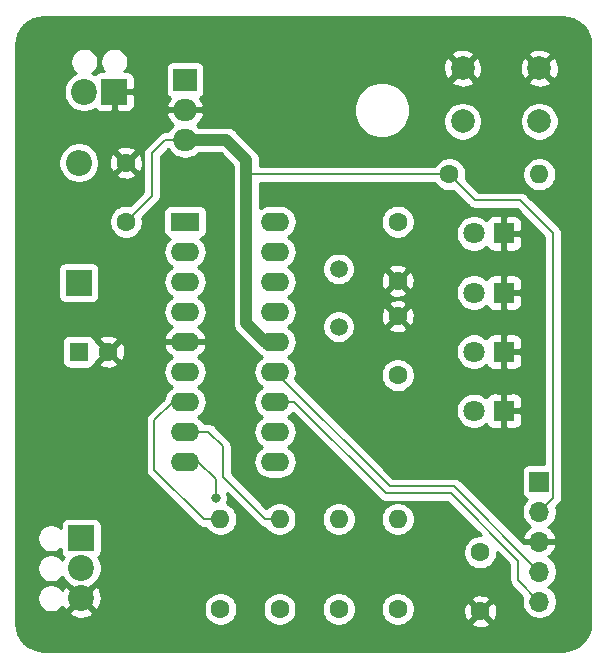
<source format=gbr>
%TF.GenerationSoftware,KiCad,Pcbnew,(5.1.9)-1*%
%TF.CreationDate,2021-08-22T04:22:43+05:30*%
%TF.ProjectId,G18_RECEIVER_laser_communication_system,4731385f-5245-4434-9549-5645525f6c61,rev?*%
%TF.SameCoordinates,Original*%
%TF.FileFunction,Copper,L2,Bot*%
%TF.FilePolarity,Positive*%
%FSLAX46Y46*%
G04 Gerber Fmt 4.6, Leading zero omitted, Abs format (unit mm)*
G04 Created by KiCad (PCBNEW (5.1.9)-1) date 2021-08-22 04:22:43*
%MOMM*%
%LPD*%
G01*
G04 APERTURE LIST*
%TA.AperFunction,ComponentPad*%
%ADD10O,1.700000X1.700000*%
%TD*%
%TA.AperFunction,ComponentPad*%
%ADD11R,1.700000X1.700000*%
%TD*%
%TA.AperFunction,ComponentPad*%
%ADD12R,1.600000X1.600000*%
%TD*%
%TA.AperFunction,ComponentPad*%
%ADD13C,1.600000*%
%TD*%
%TA.AperFunction,ComponentPad*%
%ADD14R,2.200000X2.200000*%
%TD*%
%TA.AperFunction,ComponentPad*%
%ADD15O,2.200000X2.200000*%
%TD*%
%TA.AperFunction,ComponentPad*%
%ADD16R,1.800000X1.800000*%
%TD*%
%TA.AperFunction,ComponentPad*%
%ADD17C,1.800000*%
%TD*%
%TA.AperFunction,ComponentPad*%
%ADD18C,2.200000*%
%TD*%
%TA.AperFunction,ComponentPad*%
%ADD19O,1.600000X1.600000*%
%TD*%
%TA.AperFunction,ComponentPad*%
%ADD20C,2.000000*%
%TD*%
%TA.AperFunction,ComponentPad*%
%ADD21R,2.000000X1.905000*%
%TD*%
%TA.AperFunction,ComponentPad*%
%ADD22O,2.000000X1.905000*%
%TD*%
%TA.AperFunction,ComponentPad*%
%ADD23R,2.400000X1.600000*%
%TD*%
%TA.AperFunction,ComponentPad*%
%ADD24O,2.400000X1.600000*%
%TD*%
%TA.AperFunction,ComponentPad*%
%ADD25C,1.500000*%
%TD*%
%TA.AperFunction,ViaPad*%
%ADD26C,0.800000*%
%TD*%
%TA.AperFunction,Conductor*%
%ADD27C,1.000000*%
%TD*%
%TA.AperFunction,Conductor*%
%ADD28C,0.203200*%
%TD*%
%TA.AperFunction,Conductor*%
%ADD29C,0.254000*%
%TD*%
%TA.AperFunction,Conductor*%
%ADD30C,0.100000*%
%TD*%
G04 APERTURE END LIST*
D10*
%TO.P,ICSP,5*%
%TO.N,CLOCK*%
X161800000Y-110960000D03*
%TO.P,ICSP,4*%
%TO.N,DATA*%
X161800000Y-108420000D03*
%TO.P,ICSP,3*%
%TO.N,GND*%
X161800000Y-105880000D03*
%TO.P,ICSP,2*%
%TO.N,5V*%
X161800000Y-103340000D03*
D11*
%TO.P,ICSP,1*%
%TO.N,MCLR*%
X161800000Y-100800000D03*
%TD*%
D12*
%TO.P,C1,1*%
%TO.N,Net-(C1-Pad1)*%
X122800000Y-89800000D03*
D13*
%TO.P,C1,2*%
%TO.N,GND*%
X125300000Y-89800000D03*
%TD*%
%TO.P,C2,2*%
%TO.N,GND*%
X126800000Y-73800000D03*
%TO.P,C2,1*%
%TO.N,5V*%
X126800000Y-78800000D03*
%TD*%
%TO.P,C3,2*%
%TO.N,GND*%
X149800000Y-83800000D03*
%TO.P,C3,1*%
%TO.N,Net-(C3-Pad1)*%
X149800000Y-78800000D03*
%TD*%
%TO.P,C4,1*%
%TO.N,Net-(C4-Pad1)*%
X149800000Y-91800000D03*
%TO.P,C4,2*%
%TO.N,GND*%
X149800000Y-86800000D03*
%TD*%
%TO.P,C5,1*%
%TO.N,5V*%
X156800000Y-106800000D03*
%TO.P,C5,2*%
%TO.N,GND*%
X156800000Y-111800000D03*
%TD*%
D14*
%TO.P,D1,1*%
%TO.N,Net-(C1-Pad1)*%
X122800000Y-83960000D03*
D15*
%TO.P,D1,2*%
%TO.N,Net-(D1-Pad2)*%
X122800000Y-73800000D03*
%TD*%
D16*
%TO.P,BIT3,1*%
%TO.N,GND*%
X158800000Y-94800000D03*
D17*
%TO.P,BIT3,2*%
%TO.N,Net-(D2-Pad2)*%
X156260000Y-94800000D03*
%TD*%
%TO.P,BIT2,2*%
%TO.N,Net-(D3-Pad2)*%
X156260000Y-89800000D03*
D16*
%TO.P,BIT2,1*%
%TO.N,GND*%
X158800000Y-89800000D03*
%TD*%
%TO.P,BIT1,1*%
%TO.N,GND*%
X158800000Y-84800000D03*
D17*
%TO.P,BIT1,2*%
%TO.N,Net-(D4-Pad2)*%
X156260000Y-84800000D03*
%TD*%
%TO.P,BIT0,2*%
%TO.N,Net-(D5-Pad2)*%
X156260000Y-79800000D03*
D16*
%TO.P,BIT0,1*%
%TO.N,GND*%
X158800000Y-79800000D03*
%TD*%
D14*
%TO.P,J1,1*%
%TO.N,GND*%
X125800000Y-67800000D03*
D18*
%TO.P,J1,2*%
%TO.N,Net-(D1-Pad2)*%
X123260000Y-67800000D03*
%TD*%
D14*
%TO.P,J2,1*%
%TO.N,SENSOR*%
X123000000Y-105600000D03*
D18*
%TO.P,J2,2*%
%TO.N,5V*%
X123000000Y-108140000D03*
%TO.P,J2,3*%
%TO.N,GND*%
X123000000Y-110680000D03*
%TD*%
D13*
%TO.P,R1,1*%
%TO.N,5V*%
X154180000Y-74800000D03*
D19*
%TO.P,R1,2*%
%TO.N,MCLR*%
X161800000Y-74800000D03*
%TD*%
D13*
%TO.P,R2,1*%
%TO.N,Net-(D2-Pad2)*%
X149800000Y-111600000D03*
D19*
%TO.P,R2,2*%
%TO.N,BIT3*%
X149800000Y-103980000D03*
%TD*%
%TO.P,R3,2*%
%TO.N,BIT2*%
X144800000Y-103980000D03*
D13*
%TO.P,R3,1*%
%TO.N,Net-(D3-Pad2)*%
X144800000Y-111600000D03*
%TD*%
%TO.P,R4,1*%
%TO.N,Net-(D4-Pad2)*%
X139800000Y-111600000D03*
D19*
%TO.P,R4,2*%
%TO.N,BIT1*%
X139800000Y-103980000D03*
%TD*%
%TO.P,R5,2*%
%TO.N,BIT0*%
X134800000Y-103980000D03*
D13*
%TO.P,R5,1*%
%TO.N,Net-(D5-Pad2)*%
X134800000Y-111600000D03*
%TD*%
D20*
%TO.P,RESET,2*%
%TO.N,MCLR*%
X155300000Y-70300000D03*
%TO.P,RESET,1*%
%TO.N,GND*%
X155300000Y-65800000D03*
%TO.P,RESET,2*%
%TO.N,MCLR*%
X161800000Y-70300000D03*
%TO.P,RESET,1*%
%TO.N,GND*%
X161800000Y-65800000D03*
%TD*%
D21*
%TO.P,U1,1*%
%TO.N,Net-(C1-Pad1)*%
X131800000Y-66800000D03*
D22*
%TO.P,U1,2*%
%TO.N,GND*%
X131800000Y-69340000D03*
%TO.P,U1,3*%
%TO.N,5V*%
X131800000Y-71880000D03*
%TD*%
D23*
%TO.P,U2,1*%
%TO.N,Net-(U2-Pad1)*%
X131800000Y-78800000D03*
D24*
%TO.P,U2,10*%
%TO.N,BIT3*%
X139420000Y-99120000D03*
%TO.P,U2,2*%
%TO.N,Net-(U2-Pad2)*%
X131800000Y-81340000D03*
%TO.P,U2,11*%
%TO.N,Net-(U2-Pad11)*%
X139420000Y-96580000D03*
%TO.P,U2,3*%
%TO.N,Net-(U2-Pad3)*%
X131800000Y-83880000D03*
%TO.P,U2,12*%
%TO.N,CLOCK*%
X139420000Y-94040000D03*
%TO.P,U2,4*%
%TO.N,MCLR*%
X131800000Y-86420000D03*
%TO.P,U2,13*%
%TO.N,DATA*%
X139420000Y-91500000D03*
%TO.P,U2,5*%
%TO.N,GND*%
X131800000Y-88960000D03*
%TO.P,U2,14*%
%TO.N,5V*%
X139420000Y-88960000D03*
%TO.P,U2,6*%
%TO.N,Net-(U2-Pad6)*%
X131800000Y-91500000D03*
%TO.P,U2,15*%
%TO.N,Net-(C4-Pad1)*%
X139420000Y-86420000D03*
%TO.P,U2,7*%
%TO.N,BIT0*%
X131800000Y-94040000D03*
%TO.P,U2,16*%
%TO.N,Net-(C3-Pad1)*%
X139420000Y-83880000D03*
%TO.P,U2,8*%
%TO.N,BIT1*%
X131800000Y-96580000D03*
%TO.P,U2,17*%
%TO.N,Net-(U2-Pad17)*%
X139420000Y-81340000D03*
%TO.P,U2,9*%
%TO.N,BIT2*%
X131800000Y-99120000D03*
%TO.P,U2,18*%
%TO.N,SENSOR*%
X139420000Y-78800000D03*
%TD*%
D25*
%TO.P,Y1,1*%
%TO.N,Net-(C3-Pad1)*%
X144800000Y-82800000D03*
%TO.P,Y1,2*%
%TO.N,Net-(C4-Pad1)*%
X144800000Y-87700000D03*
%TD*%
D26*
%TO.N,BIT2*%
X134400000Y-102200000D03*
%TD*%
D27*
%TO.N,5V*%
X135280000Y-71880000D02*
X131800000Y-71880000D01*
X137000000Y-73600000D02*
X135280000Y-71880000D01*
X138560000Y-88960000D02*
X137000000Y-87400000D01*
X139420000Y-88960000D02*
X138560000Y-88960000D01*
D28*
X126800000Y-78800000D02*
X129000000Y-76600000D01*
X129000000Y-76600000D02*
X129000000Y-73000000D01*
X130120000Y-71880000D02*
X131800000Y-71880000D01*
X129000000Y-73000000D02*
X130120000Y-71880000D01*
X154180000Y-74800000D02*
X137000000Y-74800000D01*
D27*
X137000000Y-74800000D02*
X137000000Y-73600000D01*
X137000000Y-87400000D02*
X137000000Y-74800000D01*
D28*
X162954801Y-102185199D02*
X162954801Y-79754801D01*
X161800000Y-103340000D02*
X162954801Y-102185199D01*
X162954801Y-79754801D02*
X160200000Y-77000000D01*
X156380000Y-77000000D02*
X154180000Y-74800000D01*
X160200000Y-77000000D02*
X156380000Y-77000000D01*
%TO.N,DATA*%
X149120000Y-101200000D02*
X139420000Y-91500000D01*
X154580000Y-101200000D02*
X149120000Y-101200000D01*
X161800000Y-108420000D02*
X154580000Y-101200000D01*
%TO.N,CLOCK*%
X160000000Y-107500000D02*
X160000000Y-109160000D01*
X154300000Y-101800000D02*
X160000000Y-107500000D01*
X160000000Y-109160000D02*
X161800000Y-110960000D01*
X148800000Y-101800000D02*
X154300000Y-101800000D01*
X141040000Y-94040000D02*
X148800000Y-101800000D01*
X139420000Y-94040000D02*
X141040000Y-94040000D01*
%TO.N,BIT2*%
X131800000Y-99120000D02*
X132920000Y-99120000D01*
X134400000Y-100600000D02*
X134400000Y-102200000D01*
X132920000Y-99120000D02*
X134400000Y-100600000D01*
%TO.N,BIT1*%
X135000000Y-97800000D02*
X133780000Y-96580000D01*
X135000000Y-100400000D02*
X135000000Y-97800000D01*
X138580000Y-103980000D02*
X135000000Y-100400000D01*
X133780000Y-96580000D02*
X131800000Y-96580000D01*
X139800000Y-103980000D02*
X138580000Y-103980000D01*
%TO.N,BIT0*%
X130760000Y-94040000D02*
X131800000Y-94040000D01*
X129200000Y-99800000D02*
X129200000Y-95600000D01*
X129200000Y-95600000D02*
X130760000Y-94040000D01*
X133380000Y-103980000D02*
X129200000Y-99800000D01*
X134800000Y-103980000D02*
X133380000Y-103980000D01*
%TD*%
D29*
%TO.N,GND*%
X164249016Y-61532312D02*
X164680930Y-61662714D01*
X165079285Y-61874524D01*
X165428914Y-62159675D01*
X165716497Y-62507303D01*
X165931086Y-62904177D01*
X166064498Y-63335161D01*
X166115000Y-63815654D01*
X166115001Y-112766485D01*
X166067688Y-113249016D01*
X165937287Y-113680927D01*
X165725480Y-114079280D01*
X165440325Y-114428914D01*
X165092697Y-114716497D01*
X164695825Y-114931085D01*
X164264834Y-115064500D01*
X163784346Y-115115000D01*
X119833504Y-115115000D01*
X119350984Y-115067688D01*
X118919073Y-114937287D01*
X118520720Y-114725480D01*
X118171086Y-114440325D01*
X117883503Y-114092697D01*
X117668915Y-113695825D01*
X117535500Y-113264834D01*
X117485000Y-112784346D01*
X117485000Y-111886712D01*
X121972893Y-111886712D01*
X122080726Y-112161338D01*
X122387384Y-112312216D01*
X122717585Y-112400369D01*
X123058639Y-112422409D01*
X123397439Y-112377489D01*
X123720966Y-112267336D01*
X123919274Y-112161338D01*
X124027107Y-111886712D01*
X123000000Y-110859605D01*
X121972893Y-111886712D01*
X117485000Y-111886712D01*
X117485000Y-110563288D01*
X119275000Y-110563288D01*
X119275000Y-110796712D01*
X119320539Y-111025652D01*
X119409866Y-111241308D01*
X119539550Y-111435394D01*
X119704606Y-111600450D01*
X119898692Y-111730134D01*
X120114348Y-111819461D01*
X120343288Y-111865000D01*
X120576712Y-111865000D01*
X120805652Y-111819461D01*
X121021308Y-111730134D01*
X121215394Y-111600450D01*
X121380450Y-111435394D01*
X121409555Y-111391835D01*
X121412664Y-111400966D01*
X121518662Y-111599274D01*
X121793288Y-111707107D01*
X122820395Y-110680000D01*
X123179605Y-110680000D01*
X124206712Y-111707107D01*
X124481338Y-111599274D01*
X124550518Y-111458665D01*
X133365000Y-111458665D01*
X133365000Y-111741335D01*
X133420147Y-112018574D01*
X133528320Y-112279727D01*
X133685363Y-112514759D01*
X133885241Y-112714637D01*
X134120273Y-112871680D01*
X134381426Y-112979853D01*
X134658665Y-113035000D01*
X134941335Y-113035000D01*
X135218574Y-112979853D01*
X135479727Y-112871680D01*
X135714759Y-112714637D01*
X135914637Y-112514759D01*
X136071680Y-112279727D01*
X136179853Y-112018574D01*
X136235000Y-111741335D01*
X136235000Y-111458665D01*
X138365000Y-111458665D01*
X138365000Y-111741335D01*
X138420147Y-112018574D01*
X138528320Y-112279727D01*
X138685363Y-112514759D01*
X138885241Y-112714637D01*
X139120273Y-112871680D01*
X139381426Y-112979853D01*
X139658665Y-113035000D01*
X139941335Y-113035000D01*
X140218574Y-112979853D01*
X140479727Y-112871680D01*
X140714759Y-112714637D01*
X140914637Y-112514759D01*
X141071680Y-112279727D01*
X141179853Y-112018574D01*
X141235000Y-111741335D01*
X141235000Y-111458665D01*
X143365000Y-111458665D01*
X143365000Y-111741335D01*
X143420147Y-112018574D01*
X143528320Y-112279727D01*
X143685363Y-112514759D01*
X143885241Y-112714637D01*
X144120273Y-112871680D01*
X144381426Y-112979853D01*
X144658665Y-113035000D01*
X144941335Y-113035000D01*
X145218574Y-112979853D01*
X145479727Y-112871680D01*
X145714759Y-112714637D01*
X145914637Y-112514759D01*
X146071680Y-112279727D01*
X146179853Y-112018574D01*
X146235000Y-111741335D01*
X146235000Y-111458665D01*
X148365000Y-111458665D01*
X148365000Y-111741335D01*
X148420147Y-112018574D01*
X148528320Y-112279727D01*
X148685363Y-112514759D01*
X148885241Y-112714637D01*
X149120273Y-112871680D01*
X149381426Y-112979853D01*
X149658665Y-113035000D01*
X149941335Y-113035000D01*
X150218574Y-112979853D01*
X150479727Y-112871680D01*
X150597926Y-112792702D01*
X155986903Y-112792702D01*
X156058486Y-113036671D01*
X156313996Y-113157571D01*
X156588184Y-113226300D01*
X156870512Y-113240217D01*
X157150130Y-113198787D01*
X157416292Y-113103603D01*
X157541514Y-113036671D01*
X157613097Y-112792702D01*
X156800000Y-111979605D01*
X155986903Y-112792702D01*
X150597926Y-112792702D01*
X150714759Y-112714637D01*
X150914637Y-112514759D01*
X151071680Y-112279727D01*
X151179853Y-112018574D01*
X151209304Y-111870512D01*
X155359783Y-111870512D01*
X155401213Y-112150130D01*
X155496397Y-112416292D01*
X155563329Y-112541514D01*
X155807298Y-112613097D01*
X156620395Y-111800000D01*
X156979605Y-111800000D01*
X157792702Y-112613097D01*
X158036671Y-112541514D01*
X158157571Y-112286004D01*
X158226300Y-112011816D01*
X158240217Y-111729488D01*
X158198787Y-111449870D01*
X158103603Y-111183708D01*
X158036671Y-111058486D01*
X157792702Y-110986903D01*
X156979605Y-111800000D01*
X156620395Y-111800000D01*
X155807298Y-110986903D01*
X155563329Y-111058486D01*
X155442429Y-111313996D01*
X155373700Y-111588184D01*
X155359783Y-111870512D01*
X151209304Y-111870512D01*
X151235000Y-111741335D01*
X151235000Y-111458665D01*
X151179853Y-111181426D01*
X151071680Y-110920273D01*
X150996193Y-110807298D01*
X155986903Y-110807298D01*
X156800000Y-111620395D01*
X157613097Y-110807298D01*
X157541514Y-110563329D01*
X157286004Y-110442429D01*
X157011816Y-110373700D01*
X156729488Y-110359783D01*
X156449870Y-110401213D01*
X156183708Y-110496397D01*
X156058486Y-110563329D01*
X155986903Y-110807298D01*
X150996193Y-110807298D01*
X150914637Y-110685241D01*
X150714759Y-110485363D01*
X150479727Y-110328320D01*
X150218574Y-110220147D01*
X149941335Y-110165000D01*
X149658665Y-110165000D01*
X149381426Y-110220147D01*
X149120273Y-110328320D01*
X148885241Y-110485363D01*
X148685363Y-110685241D01*
X148528320Y-110920273D01*
X148420147Y-111181426D01*
X148365000Y-111458665D01*
X146235000Y-111458665D01*
X146179853Y-111181426D01*
X146071680Y-110920273D01*
X145914637Y-110685241D01*
X145714759Y-110485363D01*
X145479727Y-110328320D01*
X145218574Y-110220147D01*
X144941335Y-110165000D01*
X144658665Y-110165000D01*
X144381426Y-110220147D01*
X144120273Y-110328320D01*
X143885241Y-110485363D01*
X143685363Y-110685241D01*
X143528320Y-110920273D01*
X143420147Y-111181426D01*
X143365000Y-111458665D01*
X141235000Y-111458665D01*
X141179853Y-111181426D01*
X141071680Y-110920273D01*
X140914637Y-110685241D01*
X140714759Y-110485363D01*
X140479727Y-110328320D01*
X140218574Y-110220147D01*
X139941335Y-110165000D01*
X139658665Y-110165000D01*
X139381426Y-110220147D01*
X139120273Y-110328320D01*
X138885241Y-110485363D01*
X138685363Y-110685241D01*
X138528320Y-110920273D01*
X138420147Y-111181426D01*
X138365000Y-111458665D01*
X136235000Y-111458665D01*
X136179853Y-111181426D01*
X136071680Y-110920273D01*
X135914637Y-110685241D01*
X135714759Y-110485363D01*
X135479727Y-110328320D01*
X135218574Y-110220147D01*
X134941335Y-110165000D01*
X134658665Y-110165000D01*
X134381426Y-110220147D01*
X134120273Y-110328320D01*
X133885241Y-110485363D01*
X133685363Y-110685241D01*
X133528320Y-110920273D01*
X133420147Y-111181426D01*
X133365000Y-111458665D01*
X124550518Y-111458665D01*
X124632216Y-111292616D01*
X124720369Y-110962415D01*
X124742409Y-110621361D01*
X124697489Y-110282561D01*
X124587336Y-109959034D01*
X124481338Y-109760726D01*
X124206712Y-109652893D01*
X123179605Y-110680000D01*
X122820395Y-110680000D01*
X121793288Y-109652893D01*
X121518662Y-109760726D01*
X121413613Y-109974238D01*
X121380450Y-109924606D01*
X121215394Y-109759550D01*
X121021308Y-109629866D01*
X120805652Y-109540539D01*
X120576712Y-109495000D01*
X120343288Y-109495000D01*
X120114348Y-109540539D01*
X119898692Y-109629866D01*
X119704606Y-109759550D01*
X119539550Y-109924606D01*
X119409866Y-110118692D01*
X119320539Y-110334348D01*
X119275000Y-110563288D01*
X117485000Y-110563288D01*
X117485000Y-105483288D01*
X119275000Y-105483288D01*
X119275000Y-105716712D01*
X119320539Y-105945652D01*
X119409866Y-106161308D01*
X119539550Y-106355394D01*
X119704606Y-106520450D01*
X119898692Y-106650134D01*
X120114348Y-106739461D01*
X120343288Y-106785000D01*
X120576712Y-106785000D01*
X120805652Y-106739461D01*
X121021308Y-106650134D01*
X121215394Y-106520450D01*
X121261928Y-106473916D01*
X121261928Y-106700000D01*
X121274188Y-106824482D01*
X121310498Y-106944180D01*
X121369463Y-107054494D01*
X121448815Y-107151185D01*
X121529690Y-107217557D01*
X121462463Y-107318169D01*
X121414090Y-107434952D01*
X121380450Y-107384606D01*
X121215394Y-107219550D01*
X121021308Y-107089866D01*
X120805652Y-107000539D01*
X120576712Y-106955000D01*
X120343288Y-106955000D01*
X120114348Y-107000539D01*
X119898692Y-107089866D01*
X119704606Y-107219550D01*
X119539550Y-107384606D01*
X119409866Y-107578692D01*
X119320539Y-107794348D01*
X119275000Y-108023288D01*
X119275000Y-108256712D01*
X119320539Y-108485652D01*
X119409866Y-108701308D01*
X119539550Y-108895394D01*
X119704606Y-109060450D01*
X119898692Y-109190134D01*
X120114348Y-109279461D01*
X120343288Y-109325000D01*
X120576712Y-109325000D01*
X120805652Y-109279461D01*
X121021308Y-109190134D01*
X121215394Y-109060450D01*
X121380450Y-108895394D01*
X121414090Y-108845048D01*
X121462463Y-108961831D01*
X121652337Y-109245998D01*
X121894002Y-109487663D01*
X122175074Y-109675469D01*
X123000000Y-110500395D01*
X123824926Y-109675469D01*
X124105998Y-109487663D01*
X124347663Y-109245998D01*
X124537537Y-108961831D01*
X124668325Y-108646081D01*
X124735000Y-108310883D01*
X124735000Y-107969117D01*
X124668325Y-107633919D01*
X124537537Y-107318169D01*
X124470310Y-107217557D01*
X124551185Y-107151185D01*
X124630537Y-107054494D01*
X124689502Y-106944180D01*
X124725812Y-106824482D01*
X124738072Y-106700000D01*
X124738072Y-104500000D01*
X124725812Y-104375518D01*
X124689502Y-104255820D01*
X124630537Y-104145506D01*
X124551185Y-104048815D01*
X124454494Y-103969463D01*
X124344180Y-103910498D01*
X124224482Y-103874188D01*
X124100000Y-103861928D01*
X121900000Y-103861928D01*
X121775518Y-103874188D01*
X121655820Y-103910498D01*
X121545506Y-103969463D01*
X121448815Y-104048815D01*
X121369463Y-104145506D01*
X121310498Y-104255820D01*
X121274188Y-104375518D01*
X121261928Y-104500000D01*
X121261928Y-104726084D01*
X121215394Y-104679550D01*
X121021308Y-104549866D01*
X120805652Y-104460539D01*
X120576712Y-104415000D01*
X120343288Y-104415000D01*
X120114348Y-104460539D01*
X119898692Y-104549866D01*
X119704606Y-104679550D01*
X119539550Y-104844606D01*
X119409866Y-105038692D01*
X119320539Y-105254348D01*
X119275000Y-105483288D01*
X117485000Y-105483288D01*
X117485000Y-95600000D01*
X128459836Y-95600000D01*
X128463401Y-95636193D01*
X128463400Y-99763817D01*
X128459836Y-99800000D01*
X128463400Y-99836183D01*
X128463400Y-99836185D01*
X128474058Y-99944398D01*
X128516178Y-100083248D01*
X128584576Y-100211212D01*
X128676625Y-100323374D01*
X128704732Y-100346441D01*
X132833559Y-104475269D01*
X132856625Y-104503375D01*
X132968787Y-104595424D01*
X133096751Y-104663822D01*
X133235601Y-104705942D01*
X133380000Y-104720164D01*
X133416186Y-104716600D01*
X133566321Y-104716600D01*
X133685363Y-104894759D01*
X133885241Y-105094637D01*
X134120273Y-105251680D01*
X134381426Y-105359853D01*
X134658665Y-105415000D01*
X134941335Y-105415000D01*
X135218574Y-105359853D01*
X135479727Y-105251680D01*
X135714759Y-105094637D01*
X135914637Y-104894759D01*
X136071680Y-104659727D01*
X136179853Y-104398574D01*
X136235000Y-104121335D01*
X136235000Y-103838665D01*
X136179853Y-103561426D01*
X136071680Y-103300273D01*
X135914637Y-103065241D01*
X135714759Y-102865363D01*
X135479727Y-102708320D01*
X135334619Y-102648214D01*
X135395226Y-102501898D01*
X135435000Y-102301939D01*
X135435000Y-102098061D01*
X135395226Y-101898102D01*
X135351974Y-101793683D01*
X138033559Y-104475269D01*
X138056625Y-104503375D01*
X138168787Y-104595424D01*
X138296751Y-104663822D01*
X138435601Y-104705942D01*
X138567907Y-104718973D01*
X138685363Y-104894759D01*
X138885241Y-105094637D01*
X139120273Y-105251680D01*
X139381426Y-105359853D01*
X139658665Y-105415000D01*
X139941335Y-105415000D01*
X140218574Y-105359853D01*
X140479727Y-105251680D01*
X140714759Y-105094637D01*
X140914637Y-104894759D01*
X141071680Y-104659727D01*
X141179853Y-104398574D01*
X141235000Y-104121335D01*
X141235000Y-103838665D01*
X143365000Y-103838665D01*
X143365000Y-104121335D01*
X143420147Y-104398574D01*
X143528320Y-104659727D01*
X143685363Y-104894759D01*
X143885241Y-105094637D01*
X144120273Y-105251680D01*
X144381426Y-105359853D01*
X144658665Y-105415000D01*
X144941335Y-105415000D01*
X145218574Y-105359853D01*
X145479727Y-105251680D01*
X145714759Y-105094637D01*
X145914637Y-104894759D01*
X146071680Y-104659727D01*
X146179853Y-104398574D01*
X146235000Y-104121335D01*
X146235000Y-103838665D01*
X148365000Y-103838665D01*
X148365000Y-104121335D01*
X148420147Y-104398574D01*
X148528320Y-104659727D01*
X148685363Y-104894759D01*
X148885241Y-105094637D01*
X149120273Y-105251680D01*
X149381426Y-105359853D01*
X149658665Y-105415000D01*
X149941335Y-105415000D01*
X150218574Y-105359853D01*
X150479727Y-105251680D01*
X150714759Y-105094637D01*
X150914637Y-104894759D01*
X151071680Y-104659727D01*
X151179853Y-104398574D01*
X151235000Y-104121335D01*
X151235000Y-103838665D01*
X151179853Y-103561426D01*
X151071680Y-103300273D01*
X150914637Y-103065241D01*
X150714759Y-102865363D01*
X150479727Y-102708320D01*
X150218574Y-102600147D01*
X149941335Y-102545000D01*
X149658665Y-102545000D01*
X149381426Y-102600147D01*
X149120273Y-102708320D01*
X148885241Y-102865363D01*
X148685363Y-103065241D01*
X148528320Y-103300273D01*
X148420147Y-103561426D01*
X148365000Y-103838665D01*
X146235000Y-103838665D01*
X146179853Y-103561426D01*
X146071680Y-103300273D01*
X145914637Y-103065241D01*
X145714759Y-102865363D01*
X145479727Y-102708320D01*
X145218574Y-102600147D01*
X144941335Y-102545000D01*
X144658665Y-102545000D01*
X144381426Y-102600147D01*
X144120273Y-102708320D01*
X143885241Y-102865363D01*
X143685363Y-103065241D01*
X143528320Y-103300273D01*
X143420147Y-103561426D01*
X143365000Y-103838665D01*
X141235000Y-103838665D01*
X141179853Y-103561426D01*
X141071680Y-103300273D01*
X140914637Y-103065241D01*
X140714759Y-102865363D01*
X140479727Y-102708320D01*
X140218574Y-102600147D01*
X139941335Y-102545000D01*
X139658665Y-102545000D01*
X139381426Y-102600147D01*
X139120273Y-102708320D01*
X138885241Y-102865363D01*
X138696157Y-103054447D01*
X135736600Y-100094891D01*
X135736600Y-97836186D01*
X135740164Y-97800000D01*
X135725942Y-97655601D01*
X135683822Y-97516751D01*
X135615424Y-97388787D01*
X135523375Y-97276625D01*
X135495269Y-97253559D01*
X134326445Y-96084736D01*
X134303375Y-96056625D01*
X134191213Y-95964576D01*
X134063249Y-95896178D01*
X133924399Y-95854058D01*
X133816186Y-95843400D01*
X133816183Y-95843400D01*
X133780000Y-95839836D01*
X133743817Y-95843400D01*
X133433409Y-95843400D01*
X133398932Y-95778899D01*
X133219608Y-95560392D01*
X133001101Y-95381068D01*
X132868142Y-95310000D01*
X133001101Y-95238932D01*
X133219608Y-95059608D01*
X133398932Y-94841101D01*
X133532182Y-94591808D01*
X133614236Y-94321309D01*
X133641943Y-94040000D01*
X133614236Y-93758691D01*
X133532182Y-93488192D01*
X133398932Y-93238899D01*
X133219608Y-93020392D01*
X133001101Y-92841068D01*
X132868142Y-92770000D01*
X133001101Y-92698932D01*
X133219608Y-92519608D01*
X133398932Y-92301101D01*
X133532182Y-92051808D01*
X133614236Y-91781309D01*
X133641943Y-91500000D01*
X133614236Y-91218691D01*
X133532182Y-90948192D01*
X133398932Y-90698899D01*
X133219608Y-90480392D01*
X133001101Y-90301068D01*
X132873259Y-90232735D01*
X133102839Y-90082601D01*
X133304500Y-89884895D01*
X133463715Y-89651646D01*
X133574367Y-89391818D01*
X133591904Y-89309039D01*
X133469915Y-89087000D01*
X131927000Y-89087000D01*
X131927000Y-89107000D01*
X131673000Y-89107000D01*
X131673000Y-89087000D01*
X130130085Y-89087000D01*
X130008096Y-89309039D01*
X130025633Y-89391818D01*
X130136285Y-89651646D01*
X130295500Y-89884895D01*
X130497161Y-90082601D01*
X130726741Y-90232735D01*
X130598899Y-90301068D01*
X130380392Y-90480392D01*
X130201068Y-90698899D01*
X130067818Y-90948192D01*
X129985764Y-91218691D01*
X129958057Y-91500000D01*
X129985764Y-91781309D01*
X130067818Y-92051808D01*
X130201068Y-92301101D01*
X130380392Y-92519608D01*
X130598899Y-92698932D01*
X130731858Y-92770000D01*
X130598899Y-92841068D01*
X130380392Y-93020392D01*
X130201068Y-93238899D01*
X130067818Y-93488192D01*
X129985764Y-93758691D01*
X129984252Y-93774038D01*
X128704732Y-95053559D01*
X128676626Y-95076625D01*
X128653560Y-95104731D01*
X128653558Y-95104733D01*
X128584576Y-95188788D01*
X128516178Y-95316753D01*
X128474059Y-95455602D01*
X128459836Y-95600000D01*
X117485000Y-95600000D01*
X117485000Y-89000000D01*
X121361928Y-89000000D01*
X121361928Y-90600000D01*
X121374188Y-90724482D01*
X121410498Y-90844180D01*
X121469463Y-90954494D01*
X121548815Y-91051185D01*
X121645506Y-91130537D01*
X121755820Y-91189502D01*
X121875518Y-91225812D01*
X122000000Y-91238072D01*
X123600000Y-91238072D01*
X123724482Y-91225812D01*
X123844180Y-91189502D01*
X123954494Y-91130537D01*
X124051185Y-91051185D01*
X124130537Y-90954494D01*
X124189502Y-90844180D01*
X124205117Y-90792702D01*
X124486903Y-90792702D01*
X124558486Y-91036671D01*
X124813996Y-91157571D01*
X125088184Y-91226300D01*
X125370512Y-91240217D01*
X125650130Y-91198787D01*
X125916292Y-91103603D01*
X126041514Y-91036671D01*
X126113097Y-90792702D01*
X125300000Y-89979605D01*
X124486903Y-90792702D01*
X124205117Y-90792702D01*
X124225812Y-90724482D01*
X124238072Y-90600000D01*
X124238072Y-90592785D01*
X124307298Y-90613097D01*
X125120395Y-89800000D01*
X125479605Y-89800000D01*
X126292702Y-90613097D01*
X126536671Y-90541514D01*
X126657571Y-90286004D01*
X126726300Y-90011816D01*
X126740217Y-89729488D01*
X126698787Y-89449870D01*
X126603603Y-89183708D01*
X126536671Y-89058486D01*
X126292702Y-88986903D01*
X125479605Y-89800000D01*
X125120395Y-89800000D01*
X124307298Y-88986903D01*
X124238072Y-89007215D01*
X124238072Y-89000000D01*
X124225812Y-88875518D01*
X124205118Y-88807298D01*
X124486903Y-88807298D01*
X125300000Y-89620395D01*
X126113097Y-88807298D01*
X126041514Y-88563329D01*
X125786004Y-88442429D01*
X125511816Y-88373700D01*
X125229488Y-88359783D01*
X124949870Y-88401213D01*
X124683708Y-88496397D01*
X124558486Y-88563329D01*
X124486903Y-88807298D01*
X124205118Y-88807298D01*
X124189502Y-88755820D01*
X124130537Y-88645506D01*
X124051185Y-88548815D01*
X123954494Y-88469463D01*
X123844180Y-88410498D01*
X123724482Y-88374188D01*
X123600000Y-88361928D01*
X122000000Y-88361928D01*
X121875518Y-88374188D01*
X121755820Y-88410498D01*
X121645506Y-88469463D01*
X121548815Y-88548815D01*
X121469463Y-88645506D01*
X121410498Y-88755820D01*
X121374188Y-88875518D01*
X121361928Y-89000000D01*
X117485000Y-89000000D01*
X117485000Y-82860000D01*
X121061928Y-82860000D01*
X121061928Y-85060000D01*
X121074188Y-85184482D01*
X121110498Y-85304180D01*
X121169463Y-85414494D01*
X121248815Y-85511185D01*
X121345506Y-85590537D01*
X121455820Y-85649502D01*
X121575518Y-85685812D01*
X121700000Y-85698072D01*
X123900000Y-85698072D01*
X124024482Y-85685812D01*
X124144180Y-85649502D01*
X124254494Y-85590537D01*
X124351185Y-85511185D01*
X124430537Y-85414494D01*
X124489502Y-85304180D01*
X124525812Y-85184482D01*
X124538072Y-85060000D01*
X124538072Y-82860000D01*
X124525812Y-82735518D01*
X124489502Y-82615820D01*
X124430537Y-82505506D01*
X124351185Y-82408815D01*
X124254494Y-82329463D01*
X124144180Y-82270498D01*
X124024482Y-82234188D01*
X123900000Y-82221928D01*
X121700000Y-82221928D01*
X121575518Y-82234188D01*
X121455820Y-82270498D01*
X121345506Y-82329463D01*
X121248815Y-82408815D01*
X121169463Y-82505506D01*
X121110498Y-82615820D01*
X121074188Y-82735518D01*
X121061928Y-82860000D01*
X117485000Y-82860000D01*
X117485000Y-81340000D01*
X129958057Y-81340000D01*
X129985764Y-81621309D01*
X130067818Y-81891808D01*
X130201068Y-82141101D01*
X130380392Y-82359608D01*
X130598899Y-82538932D01*
X130731858Y-82610000D01*
X130598899Y-82681068D01*
X130380392Y-82860392D01*
X130201068Y-83078899D01*
X130067818Y-83328192D01*
X129985764Y-83598691D01*
X129958057Y-83880000D01*
X129985764Y-84161309D01*
X130067818Y-84431808D01*
X130201068Y-84681101D01*
X130380392Y-84899608D01*
X130598899Y-85078932D01*
X130731858Y-85150000D01*
X130598899Y-85221068D01*
X130380392Y-85400392D01*
X130201068Y-85618899D01*
X130067818Y-85868192D01*
X129985764Y-86138691D01*
X129958057Y-86420000D01*
X129985764Y-86701309D01*
X130067818Y-86971808D01*
X130201068Y-87221101D01*
X130380392Y-87439608D01*
X130598899Y-87618932D01*
X130726741Y-87687265D01*
X130497161Y-87837399D01*
X130295500Y-88035105D01*
X130136285Y-88268354D01*
X130025633Y-88528182D01*
X130008096Y-88610961D01*
X130130085Y-88833000D01*
X131673000Y-88833000D01*
X131673000Y-88813000D01*
X131927000Y-88813000D01*
X131927000Y-88833000D01*
X133469915Y-88833000D01*
X133591904Y-88610961D01*
X133574367Y-88528182D01*
X133463715Y-88268354D01*
X133304500Y-88035105D01*
X133102839Y-87837399D01*
X132873259Y-87687265D01*
X133001101Y-87618932D01*
X133219608Y-87439608D01*
X133398932Y-87221101D01*
X133532182Y-86971808D01*
X133614236Y-86701309D01*
X133641943Y-86420000D01*
X133614236Y-86138691D01*
X133532182Y-85868192D01*
X133398932Y-85618899D01*
X133219608Y-85400392D01*
X133001101Y-85221068D01*
X132868142Y-85150000D01*
X133001101Y-85078932D01*
X133219608Y-84899608D01*
X133398932Y-84681101D01*
X133532182Y-84431808D01*
X133614236Y-84161309D01*
X133641943Y-83880000D01*
X133614236Y-83598691D01*
X133532182Y-83328192D01*
X133398932Y-83078899D01*
X133219608Y-82860392D01*
X133001101Y-82681068D01*
X132868142Y-82610000D01*
X133001101Y-82538932D01*
X133219608Y-82359608D01*
X133398932Y-82141101D01*
X133532182Y-81891808D01*
X133614236Y-81621309D01*
X133641943Y-81340000D01*
X133614236Y-81058691D01*
X133532182Y-80788192D01*
X133398932Y-80538899D01*
X133219608Y-80320392D01*
X133106518Y-80227581D01*
X133124482Y-80225812D01*
X133244180Y-80189502D01*
X133354494Y-80130537D01*
X133451185Y-80051185D01*
X133530537Y-79954494D01*
X133589502Y-79844180D01*
X133625812Y-79724482D01*
X133638072Y-79600000D01*
X133638072Y-78000000D01*
X133625812Y-77875518D01*
X133589502Y-77755820D01*
X133530537Y-77645506D01*
X133451185Y-77548815D01*
X133354494Y-77469463D01*
X133244180Y-77410498D01*
X133124482Y-77374188D01*
X133000000Y-77361928D01*
X130600000Y-77361928D01*
X130475518Y-77374188D01*
X130355820Y-77410498D01*
X130245506Y-77469463D01*
X130148815Y-77548815D01*
X130069463Y-77645506D01*
X130010498Y-77755820D01*
X129974188Y-77875518D01*
X129961928Y-78000000D01*
X129961928Y-79600000D01*
X129974188Y-79724482D01*
X130010498Y-79844180D01*
X130069463Y-79954494D01*
X130148815Y-80051185D01*
X130245506Y-80130537D01*
X130355820Y-80189502D01*
X130475518Y-80225812D01*
X130493482Y-80227581D01*
X130380392Y-80320392D01*
X130201068Y-80538899D01*
X130067818Y-80788192D01*
X129985764Y-81058691D01*
X129958057Y-81340000D01*
X117485000Y-81340000D01*
X117485000Y-78658665D01*
X125365000Y-78658665D01*
X125365000Y-78941335D01*
X125420147Y-79218574D01*
X125528320Y-79479727D01*
X125685363Y-79714759D01*
X125885241Y-79914637D01*
X126120273Y-80071680D01*
X126381426Y-80179853D01*
X126658665Y-80235000D01*
X126941335Y-80235000D01*
X127218574Y-80179853D01*
X127479727Y-80071680D01*
X127714759Y-79914637D01*
X127914637Y-79714759D01*
X128071680Y-79479727D01*
X128179853Y-79218574D01*
X128235000Y-78941335D01*
X128235000Y-78658665D01*
X128193197Y-78448512D01*
X129495273Y-77146437D01*
X129523374Y-77123375D01*
X129546437Y-77095273D01*
X129546442Y-77095268D01*
X129615424Y-77011213D01*
X129621417Y-77000000D01*
X129683822Y-76883249D01*
X129725942Y-76744399D01*
X129736600Y-76636186D01*
X129736600Y-76636185D01*
X129740164Y-76600000D01*
X129736600Y-76563814D01*
X129736600Y-73305109D01*
X130373669Y-72668041D01*
X130426155Y-72766235D01*
X130624537Y-73007963D01*
X130866265Y-73206345D01*
X131142051Y-73353755D01*
X131441296Y-73444530D01*
X131674514Y-73467500D01*
X131925486Y-73467500D01*
X132158704Y-73444530D01*
X132457949Y-73353755D01*
X132733735Y-73206345D01*
X132966888Y-73015000D01*
X134809869Y-73015000D01*
X135865000Y-74070132D01*
X135865000Y-74855751D01*
X135865001Y-74855761D01*
X135865000Y-87344248D01*
X135859509Y-87400000D01*
X135865000Y-87455751D01*
X135881423Y-87622498D01*
X135946324Y-87836446D01*
X136051716Y-88033623D01*
X136193551Y-88206449D01*
X136236865Y-88241996D01*
X137718009Y-89723140D01*
X137753551Y-89766449D01*
X137926377Y-89908284D01*
X137953955Y-89923025D01*
X138000392Y-89979608D01*
X138218899Y-90158932D01*
X138351858Y-90230000D01*
X138218899Y-90301068D01*
X138000392Y-90480392D01*
X137821068Y-90698899D01*
X137687818Y-90948192D01*
X137605764Y-91218691D01*
X137578057Y-91500000D01*
X137605764Y-91781309D01*
X137687818Y-92051808D01*
X137821068Y-92301101D01*
X138000392Y-92519608D01*
X138218899Y-92698932D01*
X138351858Y-92770000D01*
X138218899Y-92841068D01*
X138000392Y-93020392D01*
X137821068Y-93238899D01*
X137687818Y-93488192D01*
X137605764Y-93758691D01*
X137578057Y-94040000D01*
X137605764Y-94321309D01*
X137687818Y-94591808D01*
X137821068Y-94841101D01*
X138000392Y-95059608D01*
X138218899Y-95238932D01*
X138351858Y-95310000D01*
X138218899Y-95381068D01*
X138000392Y-95560392D01*
X137821068Y-95778899D01*
X137687818Y-96028192D01*
X137605764Y-96298691D01*
X137578057Y-96580000D01*
X137605764Y-96861309D01*
X137687818Y-97131808D01*
X137821068Y-97381101D01*
X138000392Y-97599608D01*
X138218899Y-97778932D01*
X138351858Y-97850000D01*
X138218899Y-97921068D01*
X138000392Y-98100392D01*
X137821068Y-98318899D01*
X137687818Y-98568192D01*
X137605764Y-98838691D01*
X137578057Y-99120000D01*
X137605764Y-99401309D01*
X137687818Y-99671808D01*
X137821068Y-99921101D01*
X138000392Y-100139608D01*
X138218899Y-100318932D01*
X138468192Y-100452182D01*
X138738691Y-100534236D01*
X138949508Y-100555000D01*
X139890492Y-100555000D01*
X140101309Y-100534236D01*
X140371808Y-100452182D01*
X140621101Y-100318932D01*
X140839608Y-100139608D01*
X141018932Y-99921101D01*
X141152182Y-99671808D01*
X141234236Y-99401309D01*
X141261943Y-99120000D01*
X141234236Y-98838691D01*
X141152182Y-98568192D01*
X141018932Y-98318899D01*
X140839608Y-98100392D01*
X140621101Y-97921068D01*
X140488142Y-97850000D01*
X140621101Y-97778932D01*
X140839608Y-97599608D01*
X141018932Y-97381101D01*
X141152182Y-97131808D01*
X141234236Y-96861309D01*
X141261943Y-96580000D01*
X141234236Y-96298691D01*
X141152182Y-96028192D01*
X141018932Y-95778899D01*
X140839608Y-95560392D01*
X140621101Y-95381068D01*
X140488142Y-95310000D01*
X140621101Y-95238932D01*
X140839608Y-95059608D01*
X140919973Y-94961682D01*
X148253557Y-102295267D01*
X148276625Y-102323375D01*
X148388787Y-102415424D01*
X148516751Y-102483822D01*
X148655601Y-102525942D01*
X148763814Y-102536600D01*
X148763823Y-102536600D01*
X148799999Y-102540163D01*
X148836175Y-102536600D01*
X153994891Y-102536600D01*
X156823290Y-105365000D01*
X156658665Y-105365000D01*
X156381426Y-105420147D01*
X156120273Y-105528320D01*
X155885241Y-105685363D01*
X155685363Y-105885241D01*
X155528320Y-106120273D01*
X155420147Y-106381426D01*
X155365000Y-106658665D01*
X155365000Y-106941335D01*
X155420147Y-107218574D01*
X155528320Y-107479727D01*
X155685363Y-107714759D01*
X155885241Y-107914637D01*
X156120273Y-108071680D01*
X156381426Y-108179853D01*
X156658665Y-108235000D01*
X156941335Y-108235000D01*
X157218574Y-108179853D01*
X157479727Y-108071680D01*
X157714759Y-107914637D01*
X157914637Y-107714759D01*
X158071680Y-107479727D01*
X158179853Y-107218574D01*
X158235000Y-106941335D01*
X158235000Y-106776710D01*
X159263400Y-107805110D01*
X159263401Y-109123807D01*
X159259836Y-109160000D01*
X159274059Y-109304398D01*
X159316178Y-109443247D01*
X159363654Y-109532068D01*
X159384577Y-109571213D01*
X159476626Y-109683375D01*
X159504732Y-109706441D01*
X160364281Y-110565990D01*
X160315000Y-110813740D01*
X160315000Y-111106260D01*
X160372068Y-111393158D01*
X160484010Y-111663411D01*
X160646525Y-111906632D01*
X160853368Y-112113475D01*
X161096589Y-112275990D01*
X161366842Y-112387932D01*
X161653740Y-112445000D01*
X161946260Y-112445000D01*
X162233158Y-112387932D01*
X162503411Y-112275990D01*
X162746632Y-112113475D01*
X162953475Y-111906632D01*
X163115990Y-111663411D01*
X163227932Y-111393158D01*
X163285000Y-111106260D01*
X163285000Y-110813740D01*
X163227932Y-110526842D01*
X163115990Y-110256589D01*
X162953475Y-110013368D01*
X162746632Y-109806525D01*
X162572240Y-109690000D01*
X162746632Y-109573475D01*
X162953475Y-109366632D01*
X163115990Y-109123411D01*
X163227932Y-108853158D01*
X163285000Y-108566260D01*
X163285000Y-108273740D01*
X163227932Y-107986842D01*
X163115990Y-107716589D01*
X162953475Y-107473368D01*
X162746632Y-107266525D01*
X162564466Y-107144805D01*
X162681355Y-107075178D01*
X162897588Y-106880269D01*
X163071641Y-106646920D01*
X163196825Y-106384099D01*
X163241476Y-106236890D01*
X163120155Y-106007000D01*
X161927000Y-106007000D01*
X161927000Y-106027000D01*
X161673000Y-106027000D01*
X161673000Y-106007000D01*
X160479845Y-106007000D01*
X160462181Y-106040471D01*
X155126446Y-100704737D01*
X155103375Y-100676625D01*
X154991213Y-100584576D01*
X154863249Y-100516178D01*
X154724399Y-100474058D01*
X154616186Y-100463400D01*
X154616183Y-100463400D01*
X154580000Y-100459836D01*
X154543817Y-100463400D01*
X149425110Y-100463400D01*
X143610526Y-94648816D01*
X154725000Y-94648816D01*
X154725000Y-94951184D01*
X154783989Y-95247743D01*
X154899701Y-95527095D01*
X155067688Y-95778505D01*
X155281495Y-95992312D01*
X155532905Y-96160299D01*
X155812257Y-96276011D01*
X156108816Y-96335000D01*
X156411184Y-96335000D01*
X156707743Y-96276011D01*
X156987095Y-96160299D01*
X157238505Y-95992312D01*
X157304944Y-95925873D01*
X157310498Y-95944180D01*
X157369463Y-96054494D01*
X157448815Y-96151185D01*
X157545506Y-96230537D01*
X157655820Y-96289502D01*
X157775518Y-96325812D01*
X157900000Y-96338072D01*
X158514250Y-96335000D01*
X158673000Y-96176250D01*
X158673000Y-94927000D01*
X158927000Y-94927000D01*
X158927000Y-96176250D01*
X159085750Y-96335000D01*
X159700000Y-96338072D01*
X159824482Y-96325812D01*
X159944180Y-96289502D01*
X160054494Y-96230537D01*
X160151185Y-96151185D01*
X160230537Y-96054494D01*
X160289502Y-95944180D01*
X160325812Y-95824482D01*
X160338072Y-95700000D01*
X160335000Y-95085750D01*
X160176250Y-94927000D01*
X158927000Y-94927000D01*
X158673000Y-94927000D01*
X158653000Y-94927000D01*
X158653000Y-94673000D01*
X158673000Y-94673000D01*
X158673000Y-93423750D01*
X158927000Y-93423750D01*
X158927000Y-94673000D01*
X160176250Y-94673000D01*
X160335000Y-94514250D01*
X160338072Y-93900000D01*
X160325812Y-93775518D01*
X160289502Y-93655820D01*
X160230537Y-93545506D01*
X160151185Y-93448815D01*
X160054494Y-93369463D01*
X159944180Y-93310498D01*
X159824482Y-93274188D01*
X159700000Y-93261928D01*
X159085750Y-93265000D01*
X158927000Y-93423750D01*
X158673000Y-93423750D01*
X158514250Y-93265000D01*
X157900000Y-93261928D01*
X157775518Y-93274188D01*
X157655820Y-93310498D01*
X157545506Y-93369463D01*
X157448815Y-93448815D01*
X157369463Y-93545506D01*
X157310498Y-93655820D01*
X157304944Y-93674127D01*
X157238505Y-93607688D01*
X156987095Y-93439701D01*
X156707743Y-93323989D01*
X156411184Y-93265000D01*
X156108816Y-93265000D01*
X155812257Y-93323989D01*
X155532905Y-93439701D01*
X155281495Y-93607688D01*
X155067688Y-93821495D01*
X154899701Y-94072905D01*
X154783989Y-94352257D01*
X154725000Y-94648816D01*
X143610526Y-94648816D01*
X141103881Y-92142172D01*
X141152182Y-92051808D01*
X141234236Y-91781309D01*
X141246315Y-91658665D01*
X148365000Y-91658665D01*
X148365000Y-91941335D01*
X148420147Y-92218574D01*
X148528320Y-92479727D01*
X148685363Y-92714759D01*
X148885241Y-92914637D01*
X149120273Y-93071680D01*
X149381426Y-93179853D01*
X149658665Y-93235000D01*
X149941335Y-93235000D01*
X150218574Y-93179853D01*
X150479727Y-93071680D01*
X150714759Y-92914637D01*
X150914637Y-92714759D01*
X151071680Y-92479727D01*
X151179853Y-92218574D01*
X151235000Y-91941335D01*
X151235000Y-91658665D01*
X151179853Y-91381426D01*
X151071680Y-91120273D01*
X150914637Y-90885241D01*
X150714759Y-90685363D01*
X150479727Y-90528320D01*
X150218574Y-90420147D01*
X149941335Y-90365000D01*
X149658665Y-90365000D01*
X149381426Y-90420147D01*
X149120273Y-90528320D01*
X148885241Y-90685363D01*
X148685363Y-90885241D01*
X148528320Y-91120273D01*
X148420147Y-91381426D01*
X148365000Y-91658665D01*
X141246315Y-91658665D01*
X141261943Y-91500000D01*
X141234236Y-91218691D01*
X141152182Y-90948192D01*
X141018932Y-90698899D01*
X140839608Y-90480392D01*
X140621101Y-90301068D01*
X140488142Y-90230000D01*
X140621101Y-90158932D01*
X140839608Y-89979608D01*
X141018932Y-89761101D01*
X141078949Y-89648816D01*
X154725000Y-89648816D01*
X154725000Y-89951184D01*
X154783989Y-90247743D01*
X154899701Y-90527095D01*
X155067688Y-90778505D01*
X155281495Y-90992312D01*
X155532905Y-91160299D01*
X155812257Y-91276011D01*
X156108816Y-91335000D01*
X156411184Y-91335000D01*
X156707743Y-91276011D01*
X156987095Y-91160299D01*
X157238505Y-90992312D01*
X157304944Y-90925873D01*
X157310498Y-90944180D01*
X157369463Y-91054494D01*
X157448815Y-91151185D01*
X157545506Y-91230537D01*
X157655820Y-91289502D01*
X157775518Y-91325812D01*
X157900000Y-91338072D01*
X158514250Y-91335000D01*
X158673000Y-91176250D01*
X158673000Y-89927000D01*
X158927000Y-89927000D01*
X158927000Y-91176250D01*
X159085750Y-91335000D01*
X159700000Y-91338072D01*
X159824482Y-91325812D01*
X159944180Y-91289502D01*
X160054494Y-91230537D01*
X160151185Y-91151185D01*
X160230537Y-91054494D01*
X160289502Y-90944180D01*
X160325812Y-90824482D01*
X160338072Y-90700000D01*
X160335000Y-90085750D01*
X160176250Y-89927000D01*
X158927000Y-89927000D01*
X158673000Y-89927000D01*
X158653000Y-89927000D01*
X158653000Y-89673000D01*
X158673000Y-89673000D01*
X158673000Y-88423750D01*
X158927000Y-88423750D01*
X158927000Y-89673000D01*
X160176250Y-89673000D01*
X160335000Y-89514250D01*
X160338072Y-88900000D01*
X160325812Y-88775518D01*
X160289502Y-88655820D01*
X160230537Y-88545506D01*
X160151185Y-88448815D01*
X160054494Y-88369463D01*
X159944180Y-88310498D01*
X159824482Y-88274188D01*
X159700000Y-88261928D01*
X159085750Y-88265000D01*
X158927000Y-88423750D01*
X158673000Y-88423750D01*
X158514250Y-88265000D01*
X157900000Y-88261928D01*
X157775518Y-88274188D01*
X157655820Y-88310498D01*
X157545506Y-88369463D01*
X157448815Y-88448815D01*
X157369463Y-88545506D01*
X157310498Y-88655820D01*
X157304944Y-88674127D01*
X157238505Y-88607688D01*
X156987095Y-88439701D01*
X156707743Y-88323989D01*
X156411184Y-88265000D01*
X156108816Y-88265000D01*
X155812257Y-88323989D01*
X155532905Y-88439701D01*
X155281495Y-88607688D01*
X155067688Y-88821495D01*
X154899701Y-89072905D01*
X154783989Y-89352257D01*
X154725000Y-89648816D01*
X141078949Y-89648816D01*
X141152182Y-89511808D01*
X141234236Y-89241309D01*
X141261943Y-88960000D01*
X141234236Y-88678691D01*
X141152182Y-88408192D01*
X141018932Y-88158899D01*
X140839608Y-87940392D01*
X140621101Y-87761068D01*
X140488142Y-87690000D01*
X140621101Y-87618932D01*
X140688536Y-87563589D01*
X143415000Y-87563589D01*
X143415000Y-87836411D01*
X143468225Y-88103989D01*
X143572629Y-88356043D01*
X143724201Y-88582886D01*
X143917114Y-88775799D01*
X144143957Y-88927371D01*
X144396011Y-89031775D01*
X144663589Y-89085000D01*
X144936411Y-89085000D01*
X145203989Y-89031775D01*
X145456043Y-88927371D01*
X145682886Y-88775799D01*
X145875799Y-88582886D01*
X146027371Y-88356043D01*
X146131775Y-88103989D01*
X146185000Y-87836411D01*
X146185000Y-87792702D01*
X148986903Y-87792702D01*
X149058486Y-88036671D01*
X149313996Y-88157571D01*
X149588184Y-88226300D01*
X149870512Y-88240217D01*
X150150130Y-88198787D01*
X150416292Y-88103603D01*
X150541514Y-88036671D01*
X150613097Y-87792702D01*
X149800000Y-86979605D01*
X148986903Y-87792702D01*
X146185000Y-87792702D01*
X146185000Y-87563589D01*
X146131775Y-87296011D01*
X146027371Y-87043957D01*
X145911479Y-86870512D01*
X148359783Y-86870512D01*
X148401213Y-87150130D01*
X148496397Y-87416292D01*
X148563329Y-87541514D01*
X148807298Y-87613097D01*
X149620395Y-86800000D01*
X149979605Y-86800000D01*
X150792702Y-87613097D01*
X151036671Y-87541514D01*
X151157571Y-87286004D01*
X151226300Y-87011816D01*
X151240217Y-86729488D01*
X151198787Y-86449870D01*
X151103603Y-86183708D01*
X151036671Y-86058486D01*
X150792702Y-85986903D01*
X149979605Y-86800000D01*
X149620395Y-86800000D01*
X148807298Y-85986903D01*
X148563329Y-86058486D01*
X148442429Y-86313996D01*
X148373700Y-86588184D01*
X148359783Y-86870512D01*
X145911479Y-86870512D01*
X145875799Y-86817114D01*
X145682886Y-86624201D01*
X145456043Y-86472629D01*
X145203989Y-86368225D01*
X144936411Y-86315000D01*
X144663589Y-86315000D01*
X144396011Y-86368225D01*
X144143957Y-86472629D01*
X143917114Y-86624201D01*
X143724201Y-86817114D01*
X143572629Y-87043957D01*
X143468225Y-87296011D01*
X143415000Y-87563589D01*
X140688536Y-87563589D01*
X140839608Y-87439608D01*
X141018932Y-87221101D01*
X141152182Y-86971808D01*
X141234236Y-86701309D01*
X141261943Y-86420000D01*
X141234236Y-86138691D01*
X141152182Y-85868192D01*
X141119634Y-85807298D01*
X148986903Y-85807298D01*
X149800000Y-86620395D01*
X150613097Y-85807298D01*
X150541514Y-85563329D01*
X150286004Y-85442429D01*
X150011816Y-85373700D01*
X149729488Y-85359783D01*
X149449870Y-85401213D01*
X149183708Y-85496397D01*
X149058486Y-85563329D01*
X148986903Y-85807298D01*
X141119634Y-85807298D01*
X141018932Y-85618899D01*
X140839608Y-85400392D01*
X140621101Y-85221068D01*
X140488142Y-85150000D01*
X140621101Y-85078932D01*
X140839608Y-84899608D01*
X140927343Y-84792702D01*
X148986903Y-84792702D01*
X149058486Y-85036671D01*
X149313996Y-85157571D01*
X149588184Y-85226300D01*
X149870512Y-85240217D01*
X150150130Y-85198787D01*
X150416292Y-85103603D01*
X150541514Y-85036671D01*
X150613097Y-84792702D01*
X150469211Y-84648816D01*
X154725000Y-84648816D01*
X154725000Y-84951184D01*
X154783989Y-85247743D01*
X154899701Y-85527095D01*
X155067688Y-85778505D01*
X155281495Y-85992312D01*
X155532905Y-86160299D01*
X155812257Y-86276011D01*
X156108816Y-86335000D01*
X156411184Y-86335000D01*
X156707743Y-86276011D01*
X156987095Y-86160299D01*
X157238505Y-85992312D01*
X157304944Y-85925873D01*
X157310498Y-85944180D01*
X157369463Y-86054494D01*
X157448815Y-86151185D01*
X157545506Y-86230537D01*
X157655820Y-86289502D01*
X157775518Y-86325812D01*
X157900000Y-86338072D01*
X158514250Y-86335000D01*
X158673000Y-86176250D01*
X158673000Y-84927000D01*
X158927000Y-84927000D01*
X158927000Y-86176250D01*
X159085750Y-86335000D01*
X159700000Y-86338072D01*
X159824482Y-86325812D01*
X159944180Y-86289502D01*
X160054494Y-86230537D01*
X160151185Y-86151185D01*
X160230537Y-86054494D01*
X160289502Y-85944180D01*
X160325812Y-85824482D01*
X160338072Y-85700000D01*
X160335000Y-85085750D01*
X160176250Y-84927000D01*
X158927000Y-84927000D01*
X158673000Y-84927000D01*
X158653000Y-84927000D01*
X158653000Y-84673000D01*
X158673000Y-84673000D01*
X158673000Y-83423750D01*
X158927000Y-83423750D01*
X158927000Y-84673000D01*
X160176250Y-84673000D01*
X160335000Y-84514250D01*
X160338072Y-83900000D01*
X160325812Y-83775518D01*
X160289502Y-83655820D01*
X160230537Y-83545506D01*
X160151185Y-83448815D01*
X160054494Y-83369463D01*
X159944180Y-83310498D01*
X159824482Y-83274188D01*
X159700000Y-83261928D01*
X159085750Y-83265000D01*
X158927000Y-83423750D01*
X158673000Y-83423750D01*
X158514250Y-83265000D01*
X157900000Y-83261928D01*
X157775518Y-83274188D01*
X157655820Y-83310498D01*
X157545506Y-83369463D01*
X157448815Y-83448815D01*
X157369463Y-83545506D01*
X157310498Y-83655820D01*
X157304944Y-83674127D01*
X157238505Y-83607688D01*
X156987095Y-83439701D01*
X156707743Y-83323989D01*
X156411184Y-83265000D01*
X156108816Y-83265000D01*
X155812257Y-83323989D01*
X155532905Y-83439701D01*
X155281495Y-83607688D01*
X155067688Y-83821495D01*
X154899701Y-84072905D01*
X154783989Y-84352257D01*
X154725000Y-84648816D01*
X150469211Y-84648816D01*
X149800000Y-83979605D01*
X148986903Y-84792702D01*
X140927343Y-84792702D01*
X141018932Y-84681101D01*
X141152182Y-84431808D01*
X141234236Y-84161309D01*
X141261943Y-83880000D01*
X141234236Y-83598691D01*
X141152182Y-83328192D01*
X141018932Y-83078899D01*
X140839608Y-82860392D01*
X140621101Y-82681068D01*
X140588401Y-82663589D01*
X143415000Y-82663589D01*
X143415000Y-82936411D01*
X143468225Y-83203989D01*
X143572629Y-83456043D01*
X143724201Y-83682886D01*
X143917114Y-83875799D01*
X144143957Y-84027371D01*
X144396011Y-84131775D01*
X144663589Y-84185000D01*
X144936411Y-84185000D01*
X145203989Y-84131775D01*
X145456043Y-84027371D01*
X145682886Y-83875799D01*
X145688173Y-83870512D01*
X148359783Y-83870512D01*
X148401213Y-84150130D01*
X148496397Y-84416292D01*
X148563329Y-84541514D01*
X148807298Y-84613097D01*
X149620395Y-83800000D01*
X149979605Y-83800000D01*
X150792702Y-84613097D01*
X151036671Y-84541514D01*
X151157571Y-84286004D01*
X151226300Y-84011816D01*
X151240217Y-83729488D01*
X151198787Y-83449870D01*
X151103603Y-83183708D01*
X151036671Y-83058486D01*
X150792702Y-82986903D01*
X149979605Y-83800000D01*
X149620395Y-83800000D01*
X148807298Y-82986903D01*
X148563329Y-83058486D01*
X148442429Y-83313996D01*
X148373700Y-83588184D01*
X148359783Y-83870512D01*
X145688173Y-83870512D01*
X145875799Y-83682886D01*
X146027371Y-83456043D01*
X146131775Y-83203989D01*
X146185000Y-82936411D01*
X146185000Y-82807298D01*
X148986903Y-82807298D01*
X149800000Y-83620395D01*
X150613097Y-82807298D01*
X150541514Y-82563329D01*
X150286004Y-82442429D01*
X150011816Y-82373700D01*
X149729488Y-82359783D01*
X149449870Y-82401213D01*
X149183708Y-82496397D01*
X149058486Y-82563329D01*
X148986903Y-82807298D01*
X146185000Y-82807298D01*
X146185000Y-82663589D01*
X146131775Y-82396011D01*
X146027371Y-82143957D01*
X145875799Y-81917114D01*
X145682886Y-81724201D01*
X145456043Y-81572629D01*
X145203989Y-81468225D01*
X144936411Y-81415000D01*
X144663589Y-81415000D01*
X144396011Y-81468225D01*
X144143957Y-81572629D01*
X143917114Y-81724201D01*
X143724201Y-81917114D01*
X143572629Y-82143957D01*
X143468225Y-82396011D01*
X143415000Y-82663589D01*
X140588401Y-82663589D01*
X140488142Y-82610000D01*
X140621101Y-82538932D01*
X140839608Y-82359608D01*
X141018932Y-82141101D01*
X141152182Y-81891808D01*
X141234236Y-81621309D01*
X141261943Y-81340000D01*
X141234236Y-81058691D01*
X141152182Y-80788192D01*
X141018932Y-80538899D01*
X140839608Y-80320392D01*
X140621101Y-80141068D01*
X140488142Y-80070000D01*
X140621101Y-79998932D01*
X140839608Y-79819608D01*
X141018932Y-79601101D01*
X141152182Y-79351808D01*
X141234236Y-79081309D01*
X141261943Y-78800000D01*
X141248023Y-78658665D01*
X148365000Y-78658665D01*
X148365000Y-78941335D01*
X148420147Y-79218574D01*
X148528320Y-79479727D01*
X148685363Y-79714759D01*
X148885241Y-79914637D01*
X149120273Y-80071680D01*
X149381426Y-80179853D01*
X149658665Y-80235000D01*
X149941335Y-80235000D01*
X150218574Y-80179853D01*
X150479727Y-80071680D01*
X150714759Y-79914637D01*
X150914637Y-79714759D01*
X150958698Y-79648816D01*
X154725000Y-79648816D01*
X154725000Y-79951184D01*
X154783989Y-80247743D01*
X154899701Y-80527095D01*
X155067688Y-80778505D01*
X155281495Y-80992312D01*
X155532905Y-81160299D01*
X155812257Y-81276011D01*
X156108816Y-81335000D01*
X156411184Y-81335000D01*
X156707743Y-81276011D01*
X156987095Y-81160299D01*
X157238505Y-80992312D01*
X157304944Y-80925873D01*
X157310498Y-80944180D01*
X157369463Y-81054494D01*
X157448815Y-81151185D01*
X157545506Y-81230537D01*
X157655820Y-81289502D01*
X157775518Y-81325812D01*
X157900000Y-81338072D01*
X158514250Y-81335000D01*
X158673000Y-81176250D01*
X158673000Y-79927000D01*
X158927000Y-79927000D01*
X158927000Y-81176250D01*
X159085750Y-81335000D01*
X159700000Y-81338072D01*
X159824482Y-81325812D01*
X159944180Y-81289502D01*
X160054494Y-81230537D01*
X160151185Y-81151185D01*
X160230537Y-81054494D01*
X160289502Y-80944180D01*
X160325812Y-80824482D01*
X160338072Y-80700000D01*
X160335000Y-80085750D01*
X160176250Y-79927000D01*
X158927000Y-79927000D01*
X158673000Y-79927000D01*
X158653000Y-79927000D01*
X158653000Y-79673000D01*
X158673000Y-79673000D01*
X158673000Y-78423750D01*
X158927000Y-78423750D01*
X158927000Y-79673000D01*
X160176250Y-79673000D01*
X160335000Y-79514250D01*
X160338072Y-78900000D01*
X160325812Y-78775518D01*
X160289502Y-78655820D01*
X160230537Y-78545506D01*
X160151185Y-78448815D01*
X160054494Y-78369463D01*
X159944180Y-78310498D01*
X159824482Y-78274188D01*
X159700000Y-78261928D01*
X159085750Y-78265000D01*
X158927000Y-78423750D01*
X158673000Y-78423750D01*
X158514250Y-78265000D01*
X157900000Y-78261928D01*
X157775518Y-78274188D01*
X157655820Y-78310498D01*
X157545506Y-78369463D01*
X157448815Y-78448815D01*
X157369463Y-78545506D01*
X157310498Y-78655820D01*
X157304944Y-78674127D01*
X157238505Y-78607688D01*
X156987095Y-78439701D01*
X156707743Y-78323989D01*
X156411184Y-78265000D01*
X156108816Y-78265000D01*
X155812257Y-78323989D01*
X155532905Y-78439701D01*
X155281495Y-78607688D01*
X155067688Y-78821495D01*
X154899701Y-79072905D01*
X154783989Y-79352257D01*
X154725000Y-79648816D01*
X150958698Y-79648816D01*
X151071680Y-79479727D01*
X151179853Y-79218574D01*
X151235000Y-78941335D01*
X151235000Y-78658665D01*
X151179853Y-78381426D01*
X151071680Y-78120273D01*
X150914637Y-77885241D01*
X150714759Y-77685363D01*
X150479727Y-77528320D01*
X150218574Y-77420147D01*
X149941335Y-77365000D01*
X149658665Y-77365000D01*
X149381426Y-77420147D01*
X149120273Y-77528320D01*
X148885241Y-77685363D01*
X148685363Y-77885241D01*
X148528320Y-78120273D01*
X148420147Y-78381426D01*
X148365000Y-78658665D01*
X141248023Y-78658665D01*
X141234236Y-78518691D01*
X141152182Y-78248192D01*
X141018932Y-77998899D01*
X140839608Y-77780392D01*
X140621101Y-77601068D01*
X140371808Y-77467818D01*
X140101309Y-77385764D01*
X139890492Y-77365000D01*
X138949508Y-77365000D01*
X138738691Y-77385764D01*
X138468192Y-77467818D01*
X138218899Y-77601068D01*
X138135000Y-77669922D01*
X138135000Y-75536600D01*
X152946321Y-75536600D01*
X153065363Y-75714759D01*
X153265241Y-75914637D01*
X153500273Y-76071680D01*
X153761426Y-76179853D01*
X154038665Y-76235000D01*
X154321335Y-76235000D01*
X154531488Y-76193197D01*
X155833557Y-77495267D01*
X155856625Y-77523375D01*
X155968787Y-77615424D01*
X156096751Y-77683822D01*
X156235601Y-77725942D01*
X156380000Y-77740164D01*
X156416186Y-77736600D01*
X159894891Y-77736600D01*
X162218202Y-80059912D01*
X162218201Y-99311928D01*
X160950000Y-99311928D01*
X160825518Y-99324188D01*
X160705820Y-99360498D01*
X160595506Y-99419463D01*
X160498815Y-99498815D01*
X160419463Y-99595506D01*
X160360498Y-99705820D01*
X160324188Y-99825518D01*
X160311928Y-99950000D01*
X160311928Y-101650000D01*
X160324188Y-101774482D01*
X160360498Y-101894180D01*
X160419463Y-102004494D01*
X160498815Y-102101185D01*
X160595506Y-102180537D01*
X160705820Y-102239502D01*
X160778380Y-102261513D01*
X160646525Y-102393368D01*
X160484010Y-102636589D01*
X160372068Y-102906842D01*
X160315000Y-103193740D01*
X160315000Y-103486260D01*
X160372068Y-103773158D01*
X160484010Y-104043411D01*
X160646525Y-104286632D01*
X160853368Y-104493475D01*
X161035534Y-104615195D01*
X160918645Y-104684822D01*
X160702412Y-104879731D01*
X160528359Y-105113080D01*
X160403175Y-105375901D01*
X160358524Y-105523110D01*
X160479845Y-105753000D01*
X161673000Y-105753000D01*
X161673000Y-105733000D01*
X161927000Y-105733000D01*
X161927000Y-105753000D01*
X163120155Y-105753000D01*
X163241476Y-105523110D01*
X163196825Y-105375901D01*
X163071641Y-105113080D01*
X162897588Y-104879731D01*
X162681355Y-104684822D01*
X162564466Y-104615195D01*
X162746632Y-104493475D01*
X162953475Y-104286632D01*
X163115990Y-104043411D01*
X163227932Y-103773158D01*
X163285000Y-103486260D01*
X163285000Y-103193740D01*
X163235719Y-102945991D01*
X163450074Y-102731636D01*
X163478175Y-102708574D01*
X163501238Y-102680472D01*
X163501243Y-102680467D01*
X163570224Y-102596413D01*
X163570226Y-102596411D01*
X163638623Y-102468448D01*
X163680743Y-102329598D01*
X163691401Y-102221385D01*
X163691401Y-102221376D01*
X163694964Y-102185200D01*
X163691401Y-102149024D01*
X163691401Y-79790987D01*
X163694965Y-79754801D01*
X163680743Y-79610402D01*
X163638623Y-79471553D01*
X163638623Y-79471552D01*
X163570225Y-79343588D01*
X163478176Y-79231426D01*
X163450070Y-79208360D01*
X160746446Y-76504736D01*
X160723375Y-76476625D01*
X160611213Y-76384576D01*
X160483249Y-76316178D01*
X160344399Y-76274058D01*
X160236186Y-76263400D01*
X160236183Y-76263400D01*
X160200000Y-76259836D01*
X160163817Y-76263400D01*
X156685110Y-76263400D01*
X155573197Y-75151488D01*
X155615000Y-74941335D01*
X155615000Y-74658665D01*
X160365000Y-74658665D01*
X160365000Y-74941335D01*
X160420147Y-75218574D01*
X160528320Y-75479727D01*
X160685363Y-75714759D01*
X160885241Y-75914637D01*
X161120273Y-76071680D01*
X161381426Y-76179853D01*
X161658665Y-76235000D01*
X161941335Y-76235000D01*
X162218574Y-76179853D01*
X162479727Y-76071680D01*
X162714759Y-75914637D01*
X162914637Y-75714759D01*
X163071680Y-75479727D01*
X163179853Y-75218574D01*
X163235000Y-74941335D01*
X163235000Y-74658665D01*
X163179853Y-74381426D01*
X163071680Y-74120273D01*
X162914637Y-73885241D01*
X162714759Y-73685363D01*
X162479727Y-73528320D01*
X162218574Y-73420147D01*
X161941335Y-73365000D01*
X161658665Y-73365000D01*
X161381426Y-73420147D01*
X161120273Y-73528320D01*
X160885241Y-73685363D01*
X160685363Y-73885241D01*
X160528320Y-74120273D01*
X160420147Y-74381426D01*
X160365000Y-74658665D01*
X155615000Y-74658665D01*
X155559853Y-74381426D01*
X155451680Y-74120273D01*
X155294637Y-73885241D01*
X155094759Y-73685363D01*
X154859727Y-73528320D01*
X154598574Y-73420147D01*
X154321335Y-73365000D01*
X154038665Y-73365000D01*
X153761426Y-73420147D01*
X153500273Y-73528320D01*
X153265241Y-73685363D01*
X153065363Y-73885241D01*
X152946321Y-74063400D01*
X138135000Y-74063400D01*
X138135000Y-73655741D01*
X138140490Y-73599999D01*
X138135000Y-73544257D01*
X138135000Y-73544248D01*
X138118577Y-73377501D01*
X138053676Y-73163553D01*
X137948284Y-72966377D01*
X137806449Y-72793551D01*
X137763140Y-72758009D01*
X136121996Y-71116865D01*
X136086449Y-71073551D01*
X135913623Y-70931716D01*
X135716447Y-70826324D01*
X135502499Y-70761423D01*
X135335752Y-70745000D01*
X135335751Y-70745000D01*
X135280000Y-70739509D01*
X135224249Y-70745000D01*
X132966888Y-70745000D01*
X132796101Y-70604837D01*
X132981315Y-70449437D01*
X133175969Y-70206923D01*
X133319571Y-69931094D01*
X133390563Y-69712980D01*
X133270594Y-69467000D01*
X131927000Y-69467000D01*
X131927000Y-69487000D01*
X131673000Y-69487000D01*
X131673000Y-69467000D01*
X130329406Y-69467000D01*
X130209437Y-69712980D01*
X130280429Y-69931094D01*
X130424031Y-70206923D01*
X130618685Y-70449437D01*
X130803899Y-70604837D01*
X130624537Y-70752037D01*
X130426155Y-70993765D01*
X130346174Y-71143400D01*
X130156175Y-71143400D01*
X130119999Y-71139837D01*
X130083823Y-71143400D01*
X130083814Y-71143400D01*
X129975601Y-71154058D01*
X129836751Y-71196178D01*
X129708787Y-71264576D01*
X129596625Y-71356625D01*
X129573559Y-71384731D01*
X128504732Y-72453559D01*
X128476626Y-72476625D01*
X128453560Y-72504731D01*
X128453558Y-72504733D01*
X128384576Y-72588788D01*
X128316178Y-72716753D01*
X128274059Y-72855602D01*
X128259836Y-73000000D01*
X128263401Y-73036193D01*
X128263400Y-76294890D01*
X127151488Y-77406803D01*
X126941335Y-77365000D01*
X126658665Y-77365000D01*
X126381426Y-77420147D01*
X126120273Y-77528320D01*
X125885241Y-77685363D01*
X125685363Y-77885241D01*
X125528320Y-78120273D01*
X125420147Y-78381426D01*
X125365000Y-78658665D01*
X117485000Y-78658665D01*
X117485000Y-73629117D01*
X121065000Y-73629117D01*
X121065000Y-73970883D01*
X121131675Y-74306081D01*
X121262463Y-74621831D01*
X121452337Y-74905998D01*
X121694002Y-75147663D01*
X121978169Y-75337537D01*
X122293919Y-75468325D01*
X122629117Y-75535000D01*
X122970883Y-75535000D01*
X123306081Y-75468325D01*
X123621831Y-75337537D01*
X123905998Y-75147663D01*
X124147663Y-74905998D01*
X124223364Y-74792702D01*
X125986903Y-74792702D01*
X126058486Y-75036671D01*
X126313996Y-75157571D01*
X126588184Y-75226300D01*
X126870512Y-75240217D01*
X127150130Y-75198787D01*
X127416292Y-75103603D01*
X127541514Y-75036671D01*
X127613097Y-74792702D01*
X126800000Y-73979605D01*
X125986903Y-74792702D01*
X124223364Y-74792702D01*
X124337537Y-74621831D01*
X124468325Y-74306081D01*
X124535000Y-73970883D01*
X124535000Y-73870512D01*
X125359783Y-73870512D01*
X125401213Y-74150130D01*
X125496397Y-74416292D01*
X125563329Y-74541514D01*
X125807298Y-74613097D01*
X126620395Y-73800000D01*
X126979605Y-73800000D01*
X127792702Y-74613097D01*
X128036671Y-74541514D01*
X128157571Y-74286004D01*
X128226300Y-74011816D01*
X128240217Y-73729488D01*
X128198787Y-73449870D01*
X128103603Y-73183708D01*
X128036671Y-73058486D01*
X127792702Y-72986903D01*
X126979605Y-73800000D01*
X126620395Y-73800000D01*
X125807298Y-72986903D01*
X125563329Y-73058486D01*
X125442429Y-73313996D01*
X125373700Y-73588184D01*
X125359783Y-73870512D01*
X124535000Y-73870512D01*
X124535000Y-73629117D01*
X124468325Y-73293919D01*
X124337537Y-72978169D01*
X124223365Y-72807298D01*
X125986903Y-72807298D01*
X126800000Y-73620395D01*
X127613097Y-72807298D01*
X127541514Y-72563329D01*
X127286004Y-72442429D01*
X127011816Y-72373700D01*
X126729488Y-72359783D01*
X126449870Y-72401213D01*
X126183708Y-72496397D01*
X126058486Y-72563329D01*
X125986903Y-72807298D01*
X124223365Y-72807298D01*
X124147663Y-72694002D01*
X123905998Y-72452337D01*
X123621831Y-72262463D01*
X123306081Y-72131675D01*
X122970883Y-72065000D01*
X122629117Y-72065000D01*
X122293919Y-72131675D01*
X121978169Y-72262463D01*
X121694002Y-72452337D01*
X121452337Y-72694002D01*
X121262463Y-72978169D01*
X121131675Y-73293919D01*
X121065000Y-73629117D01*
X117485000Y-73629117D01*
X117485000Y-67629117D01*
X121525000Y-67629117D01*
X121525000Y-67970883D01*
X121591675Y-68306081D01*
X121722463Y-68621831D01*
X121912337Y-68905998D01*
X122154002Y-69147663D01*
X122438169Y-69337537D01*
X122753919Y-69468325D01*
X123089117Y-69535000D01*
X123430883Y-69535000D01*
X123766081Y-69468325D01*
X124081831Y-69337537D01*
X124182443Y-69270310D01*
X124248815Y-69351185D01*
X124345506Y-69430537D01*
X124455820Y-69489502D01*
X124575518Y-69525812D01*
X124700000Y-69538072D01*
X125514250Y-69535000D01*
X125673000Y-69376250D01*
X125673000Y-67927000D01*
X125927000Y-67927000D01*
X125927000Y-69376250D01*
X126085750Y-69535000D01*
X126900000Y-69538072D01*
X127024482Y-69525812D01*
X127144180Y-69489502D01*
X127254494Y-69430537D01*
X127351185Y-69351185D01*
X127430537Y-69254494D01*
X127489502Y-69144180D01*
X127525812Y-69024482D01*
X127538072Y-68900000D01*
X127535000Y-68085750D01*
X127376250Y-67927000D01*
X125927000Y-67927000D01*
X125673000Y-67927000D01*
X125653000Y-67927000D01*
X125653000Y-67673000D01*
X125673000Y-67673000D01*
X125673000Y-67653000D01*
X125927000Y-67653000D01*
X125927000Y-67673000D01*
X127376250Y-67673000D01*
X127535000Y-67514250D01*
X127538072Y-66700000D01*
X127525812Y-66575518D01*
X127489502Y-66455820D01*
X127430537Y-66345506D01*
X127351185Y-66248815D01*
X127254494Y-66169463D01*
X127144180Y-66110498D01*
X127024482Y-66074188D01*
X126900000Y-66061928D01*
X126673060Y-66062784D01*
X126720450Y-66015394D01*
X126832633Y-65847500D01*
X130161928Y-65847500D01*
X130161928Y-67752500D01*
X130174188Y-67876982D01*
X130210498Y-67996680D01*
X130269463Y-68106994D01*
X130348815Y-68203685D01*
X130445506Y-68283037D01*
X130537219Y-68332059D01*
X130424031Y-68473077D01*
X130280429Y-68748906D01*
X130209437Y-68967020D01*
X130329406Y-69213000D01*
X131673000Y-69213000D01*
X131673000Y-69193000D01*
X131927000Y-69193000D01*
X131927000Y-69213000D01*
X133270594Y-69213000D01*
X133323219Y-69105098D01*
X146075000Y-69105098D01*
X146075000Y-69574902D01*
X146166654Y-70035679D01*
X146346440Y-70469721D01*
X146607450Y-70860349D01*
X146939651Y-71192550D01*
X147330279Y-71453560D01*
X147764321Y-71633346D01*
X148225098Y-71725000D01*
X148694902Y-71725000D01*
X149155679Y-71633346D01*
X149589721Y-71453560D01*
X149980349Y-71192550D01*
X150312550Y-70860349D01*
X150573560Y-70469721D01*
X150710562Y-70138967D01*
X153665000Y-70138967D01*
X153665000Y-70461033D01*
X153727832Y-70776912D01*
X153851082Y-71074463D01*
X154030013Y-71342252D01*
X154257748Y-71569987D01*
X154525537Y-71748918D01*
X154823088Y-71872168D01*
X155138967Y-71935000D01*
X155461033Y-71935000D01*
X155776912Y-71872168D01*
X156074463Y-71748918D01*
X156342252Y-71569987D01*
X156569987Y-71342252D01*
X156748918Y-71074463D01*
X156872168Y-70776912D01*
X156935000Y-70461033D01*
X156935000Y-70138967D01*
X160165000Y-70138967D01*
X160165000Y-70461033D01*
X160227832Y-70776912D01*
X160351082Y-71074463D01*
X160530013Y-71342252D01*
X160757748Y-71569987D01*
X161025537Y-71748918D01*
X161323088Y-71872168D01*
X161638967Y-71935000D01*
X161961033Y-71935000D01*
X162276912Y-71872168D01*
X162574463Y-71748918D01*
X162842252Y-71569987D01*
X163069987Y-71342252D01*
X163248918Y-71074463D01*
X163372168Y-70776912D01*
X163435000Y-70461033D01*
X163435000Y-70138967D01*
X163372168Y-69823088D01*
X163248918Y-69525537D01*
X163069987Y-69257748D01*
X162842252Y-69030013D01*
X162574463Y-68851082D01*
X162276912Y-68727832D01*
X161961033Y-68665000D01*
X161638967Y-68665000D01*
X161323088Y-68727832D01*
X161025537Y-68851082D01*
X160757748Y-69030013D01*
X160530013Y-69257748D01*
X160351082Y-69525537D01*
X160227832Y-69823088D01*
X160165000Y-70138967D01*
X156935000Y-70138967D01*
X156872168Y-69823088D01*
X156748918Y-69525537D01*
X156569987Y-69257748D01*
X156342252Y-69030013D01*
X156074463Y-68851082D01*
X155776912Y-68727832D01*
X155461033Y-68665000D01*
X155138967Y-68665000D01*
X154823088Y-68727832D01*
X154525537Y-68851082D01*
X154257748Y-69030013D01*
X154030013Y-69257748D01*
X153851082Y-69525537D01*
X153727832Y-69823088D01*
X153665000Y-70138967D01*
X150710562Y-70138967D01*
X150753346Y-70035679D01*
X150845000Y-69574902D01*
X150845000Y-69105098D01*
X150753346Y-68644321D01*
X150573560Y-68210279D01*
X150312550Y-67819651D01*
X149980349Y-67487450D01*
X149589721Y-67226440D01*
X149155679Y-67046654D01*
X148694902Y-66955000D01*
X148225098Y-66955000D01*
X147764321Y-67046654D01*
X147330279Y-67226440D01*
X146939651Y-67487450D01*
X146607450Y-67819651D01*
X146346440Y-68210279D01*
X146166654Y-68644321D01*
X146075000Y-69105098D01*
X133323219Y-69105098D01*
X133390563Y-68967020D01*
X133319571Y-68748906D01*
X133175969Y-68473077D01*
X133062781Y-68332059D01*
X133154494Y-68283037D01*
X133251185Y-68203685D01*
X133330537Y-68106994D01*
X133389502Y-67996680D01*
X133425812Y-67876982D01*
X133438072Y-67752500D01*
X133438072Y-66935413D01*
X154344192Y-66935413D01*
X154439956Y-67199814D01*
X154729571Y-67340704D01*
X155041108Y-67422384D01*
X155362595Y-67441718D01*
X155681675Y-67397961D01*
X155986088Y-67292795D01*
X156160044Y-67199814D01*
X156255808Y-66935413D01*
X160844192Y-66935413D01*
X160939956Y-67199814D01*
X161229571Y-67340704D01*
X161541108Y-67422384D01*
X161862595Y-67441718D01*
X162181675Y-67397961D01*
X162486088Y-67292795D01*
X162660044Y-67199814D01*
X162755808Y-66935413D01*
X161800000Y-65979605D01*
X160844192Y-66935413D01*
X156255808Y-66935413D01*
X155300000Y-65979605D01*
X154344192Y-66935413D01*
X133438072Y-66935413D01*
X133438072Y-65862595D01*
X153658282Y-65862595D01*
X153702039Y-66181675D01*
X153807205Y-66486088D01*
X153900186Y-66660044D01*
X154164587Y-66755808D01*
X155120395Y-65800000D01*
X155479605Y-65800000D01*
X156435413Y-66755808D01*
X156699814Y-66660044D01*
X156840704Y-66370429D01*
X156922384Y-66058892D01*
X156934189Y-65862595D01*
X160158282Y-65862595D01*
X160202039Y-66181675D01*
X160307205Y-66486088D01*
X160400186Y-66660044D01*
X160664587Y-66755808D01*
X161620395Y-65800000D01*
X161979605Y-65800000D01*
X162935413Y-66755808D01*
X163199814Y-66660044D01*
X163340704Y-66370429D01*
X163422384Y-66058892D01*
X163441718Y-65737405D01*
X163397961Y-65418325D01*
X163292795Y-65113912D01*
X163199814Y-64939956D01*
X162935413Y-64844192D01*
X161979605Y-65800000D01*
X161620395Y-65800000D01*
X160664587Y-64844192D01*
X160400186Y-64939956D01*
X160259296Y-65229571D01*
X160177616Y-65541108D01*
X160158282Y-65862595D01*
X156934189Y-65862595D01*
X156941718Y-65737405D01*
X156897961Y-65418325D01*
X156792795Y-65113912D01*
X156699814Y-64939956D01*
X156435413Y-64844192D01*
X155479605Y-65800000D01*
X155120395Y-65800000D01*
X154164587Y-64844192D01*
X153900186Y-64939956D01*
X153759296Y-65229571D01*
X153677616Y-65541108D01*
X153658282Y-65862595D01*
X133438072Y-65862595D01*
X133438072Y-65847500D01*
X133425812Y-65723018D01*
X133389502Y-65603320D01*
X133330537Y-65493006D01*
X133251185Y-65396315D01*
X133154494Y-65316963D01*
X133044180Y-65257998D01*
X132924482Y-65221688D01*
X132800000Y-65209428D01*
X130800000Y-65209428D01*
X130675518Y-65221688D01*
X130555820Y-65257998D01*
X130445506Y-65316963D01*
X130348815Y-65396315D01*
X130269463Y-65493006D01*
X130210498Y-65603320D01*
X130174188Y-65723018D01*
X130161928Y-65847500D01*
X126832633Y-65847500D01*
X126850134Y-65821308D01*
X126939461Y-65605652D01*
X126985000Y-65376712D01*
X126985000Y-65143288D01*
X126939461Y-64914348D01*
X126850134Y-64698692D01*
X126827346Y-64664587D01*
X154344192Y-64664587D01*
X155300000Y-65620395D01*
X156255808Y-64664587D01*
X160844192Y-64664587D01*
X161800000Y-65620395D01*
X162755808Y-64664587D01*
X162660044Y-64400186D01*
X162370429Y-64259296D01*
X162058892Y-64177616D01*
X161737405Y-64158282D01*
X161418325Y-64202039D01*
X161113912Y-64307205D01*
X160939956Y-64400186D01*
X160844192Y-64664587D01*
X156255808Y-64664587D01*
X156160044Y-64400186D01*
X155870429Y-64259296D01*
X155558892Y-64177616D01*
X155237405Y-64158282D01*
X154918325Y-64202039D01*
X154613912Y-64307205D01*
X154439956Y-64400186D01*
X154344192Y-64664587D01*
X126827346Y-64664587D01*
X126720450Y-64504606D01*
X126555394Y-64339550D01*
X126361308Y-64209866D01*
X126145652Y-64120539D01*
X125916712Y-64075000D01*
X125683288Y-64075000D01*
X125454348Y-64120539D01*
X125238692Y-64209866D01*
X125044606Y-64339550D01*
X124879550Y-64504606D01*
X124749866Y-64698692D01*
X124660539Y-64914348D01*
X124615000Y-65143288D01*
X124615000Y-65376712D01*
X124660539Y-65605652D01*
X124749866Y-65821308D01*
X124879550Y-66015394D01*
X124926940Y-66062784D01*
X124700000Y-66061928D01*
X124575518Y-66074188D01*
X124455820Y-66110498D01*
X124345506Y-66169463D01*
X124248815Y-66248815D01*
X124182443Y-66329690D01*
X124081831Y-66262463D01*
X123965048Y-66214090D01*
X124015394Y-66180450D01*
X124180450Y-66015394D01*
X124310134Y-65821308D01*
X124399461Y-65605652D01*
X124445000Y-65376712D01*
X124445000Y-65143288D01*
X124399461Y-64914348D01*
X124310134Y-64698692D01*
X124180450Y-64504606D01*
X124015394Y-64339550D01*
X123821308Y-64209866D01*
X123605652Y-64120539D01*
X123376712Y-64075000D01*
X123143288Y-64075000D01*
X122914348Y-64120539D01*
X122698692Y-64209866D01*
X122504606Y-64339550D01*
X122339550Y-64504606D01*
X122209866Y-64698692D01*
X122120539Y-64914348D01*
X122075000Y-65143288D01*
X122075000Y-65376712D01*
X122120539Y-65605652D01*
X122209866Y-65821308D01*
X122339550Y-66015394D01*
X122504606Y-66180450D01*
X122554952Y-66214090D01*
X122438169Y-66262463D01*
X122154002Y-66452337D01*
X121912337Y-66694002D01*
X121722463Y-66978169D01*
X121591675Y-67293919D01*
X121525000Y-67629117D01*
X117485000Y-67629117D01*
X117485000Y-63833505D01*
X117532312Y-63350984D01*
X117662714Y-62919070D01*
X117874524Y-62520715D01*
X118159675Y-62171086D01*
X118507303Y-61883503D01*
X118904177Y-61668914D01*
X119335161Y-61535502D01*
X119815654Y-61485000D01*
X163766495Y-61485000D01*
X164249016Y-61532312D01*
%TA.AperFunction,Conductor*%
D30*
G36*
X164249016Y-61532312D02*
G01*
X164680930Y-61662714D01*
X165079285Y-61874524D01*
X165428914Y-62159675D01*
X165716497Y-62507303D01*
X165931086Y-62904177D01*
X166064498Y-63335161D01*
X166115000Y-63815654D01*
X166115001Y-112766485D01*
X166067688Y-113249016D01*
X165937287Y-113680927D01*
X165725480Y-114079280D01*
X165440325Y-114428914D01*
X165092697Y-114716497D01*
X164695825Y-114931085D01*
X164264834Y-115064500D01*
X163784346Y-115115000D01*
X119833504Y-115115000D01*
X119350984Y-115067688D01*
X118919073Y-114937287D01*
X118520720Y-114725480D01*
X118171086Y-114440325D01*
X117883503Y-114092697D01*
X117668915Y-113695825D01*
X117535500Y-113264834D01*
X117485000Y-112784346D01*
X117485000Y-111886712D01*
X121972893Y-111886712D01*
X122080726Y-112161338D01*
X122387384Y-112312216D01*
X122717585Y-112400369D01*
X123058639Y-112422409D01*
X123397439Y-112377489D01*
X123720966Y-112267336D01*
X123919274Y-112161338D01*
X124027107Y-111886712D01*
X123000000Y-110859605D01*
X121972893Y-111886712D01*
X117485000Y-111886712D01*
X117485000Y-110563288D01*
X119275000Y-110563288D01*
X119275000Y-110796712D01*
X119320539Y-111025652D01*
X119409866Y-111241308D01*
X119539550Y-111435394D01*
X119704606Y-111600450D01*
X119898692Y-111730134D01*
X120114348Y-111819461D01*
X120343288Y-111865000D01*
X120576712Y-111865000D01*
X120805652Y-111819461D01*
X121021308Y-111730134D01*
X121215394Y-111600450D01*
X121380450Y-111435394D01*
X121409555Y-111391835D01*
X121412664Y-111400966D01*
X121518662Y-111599274D01*
X121793288Y-111707107D01*
X122820395Y-110680000D01*
X123179605Y-110680000D01*
X124206712Y-111707107D01*
X124481338Y-111599274D01*
X124550518Y-111458665D01*
X133365000Y-111458665D01*
X133365000Y-111741335D01*
X133420147Y-112018574D01*
X133528320Y-112279727D01*
X133685363Y-112514759D01*
X133885241Y-112714637D01*
X134120273Y-112871680D01*
X134381426Y-112979853D01*
X134658665Y-113035000D01*
X134941335Y-113035000D01*
X135218574Y-112979853D01*
X135479727Y-112871680D01*
X135714759Y-112714637D01*
X135914637Y-112514759D01*
X136071680Y-112279727D01*
X136179853Y-112018574D01*
X136235000Y-111741335D01*
X136235000Y-111458665D01*
X138365000Y-111458665D01*
X138365000Y-111741335D01*
X138420147Y-112018574D01*
X138528320Y-112279727D01*
X138685363Y-112514759D01*
X138885241Y-112714637D01*
X139120273Y-112871680D01*
X139381426Y-112979853D01*
X139658665Y-113035000D01*
X139941335Y-113035000D01*
X140218574Y-112979853D01*
X140479727Y-112871680D01*
X140714759Y-112714637D01*
X140914637Y-112514759D01*
X141071680Y-112279727D01*
X141179853Y-112018574D01*
X141235000Y-111741335D01*
X141235000Y-111458665D01*
X143365000Y-111458665D01*
X143365000Y-111741335D01*
X143420147Y-112018574D01*
X143528320Y-112279727D01*
X143685363Y-112514759D01*
X143885241Y-112714637D01*
X144120273Y-112871680D01*
X144381426Y-112979853D01*
X144658665Y-113035000D01*
X144941335Y-113035000D01*
X145218574Y-112979853D01*
X145479727Y-112871680D01*
X145714759Y-112714637D01*
X145914637Y-112514759D01*
X146071680Y-112279727D01*
X146179853Y-112018574D01*
X146235000Y-111741335D01*
X146235000Y-111458665D01*
X148365000Y-111458665D01*
X148365000Y-111741335D01*
X148420147Y-112018574D01*
X148528320Y-112279727D01*
X148685363Y-112514759D01*
X148885241Y-112714637D01*
X149120273Y-112871680D01*
X149381426Y-112979853D01*
X149658665Y-113035000D01*
X149941335Y-113035000D01*
X150218574Y-112979853D01*
X150479727Y-112871680D01*
X150597926Y-112792702D01*
X155986903Y-112792702D01*
X156058486Y-113036671D01*
X156313996Y-113157571D01*
X156588184Y-113226300D01*
X156870512Y-113240217D01*
X157150130Y-113198787D01*
X157416292Y-113103603D01*
X157541514Y-113036671D01*
X157613097Y-112792702D01*
X156800000Y-111979605D01*
X155986903Y-112792702D01*
X150597926Y-112792702D01*
X150714759Y-112714637D01*
X150914637Y-112514759D01*
X151071680Y-112279727D01*
X151179853Y-112018574D01*
X151209304Y-111870512D01*
X155359783Y-111870512D01*
X155401213Y-112150130D01*
X155496397Y-112416292D01*
X155563329Y-112541514D01*
X155807298Y-112613097D01*
X156620395Y-111800000D01*
X156979605Y-111800000D01*
X157792702Y-112613097D01*
X158036671Y-112541514D01*
X158157571Y-112286004D01*
X158226300Y-112011816D01*
X158240217Y-111729488D01*
X158198787Y-111449870D01*
X158103603Y-111183708D01*
X158036671Y-111058486D01*
X157792702Y-110986903D01*
X156979605Y-111800000D01*
X156620395Y-111800000D01*
X155807298Y-110986903D01*
X155563329Y-111058486D01*
X155442429Y-111313996D01*
X155373700Y-111588184D01*
X155359783Y-111870512D01*
X151209304Y-111870512D01*
X151235000Y-111741335D01*
X151235000Y-111458665D01*
X151179853Y-111181426D01*
X151071680Y-110920273D01*
X150996193Y-110807298D01*
X155986903Y-110807298D01*
X156800000Y-111620395D01*
X157613097Y-110807298D01*
X157541514Y-110563329D01*
X157286004Y-110442429D01*
X157011816Y-110373700D01*
X156729488Y-110359783D01*
X156449870Y-110401213D01*
X156183708Y-110496397D01*
X156058486Y-110563329D01*
X155986903Y-110807298D01*
X150996193Y-110807298D01*
X150914637Y-110685241D01*
X150714759Y-110485363D01*
X150479727Y-110328320D01*
X150218574Y-110220147D01*
X149941335Y-110165000D01*
X149658665Y-110165000D01*
X149381426Y-110220147D01*
X149120273Y-110328320D01*
X148885241Y-110485363D01*
X148685363Y-110685241D01*
X148528320Y-110920273D01*
X148420147Y-111181426D01*
X148365000Y-111458665D01*
X146235000Y-111458665D01*
X146179853Y-111181426D01*
X146071680Y-110920273D01*
X145914637Y-110685241D01*
X145714759Y-110485363D01*
X145479727Y-110328320D01*
X145218574Y-110220147D01*
X144941335Y-110165000D01*
X144658665Y-110165000D01*
X144381426Y-110220147D01*
X144120273Y-110328320D01*
X143885241Y-110485363D01*
X143685363Y-110685241D01*
X143528320Y-110920273D01*
X143420147Y-111181426D01*
X143365000Y-111458665D01*
X141235000Y-111458665D01*
X141179853Y-111181426D01*
X141071680Y-110920273D01*
X140914637Y-110685241D01*
X140714759Y-110485363D01*
X140479727Y-110328320D01*
X140218574Y-110220147D01*
X139941335Y-110165000D01*
X139658665Y-110165000D01*
X139381426Y-110220147D01*
X139120273Y-110328320D01*
X138885241Y-110485363D01*
X138685363Y-110685241D01*
X138528320Y-110920273D01*
X138420147Y-111181426D01*
X138365000Y-111458665D01*
X136235000Y-111458665D01*
X136179853Y-111181426D01*
X136071680Y-110920273D01*
X135914637Y-110685241D01*
X135714759Y-110485363D01*
X135479727Y-110328320D01*
X135218574Y-110220147D01*
X134941335Y-110165000D01*
X134658665Y-110165000D01*
X134381426Y-110220147D01*
X134120273Y-110328320D01*
X133885241Y-110485363D01*
X133685363Y-110685241D01*
X133528320Y-110920273D01*
X133420147Y-111181426D01*
X133365000Y-111458665D01*
X124550518Y-111458665D01*
X124632216Y-111292616D01*
X124720369Y-110962415D01*
X124742409Y-110621361D01*
X124697489Y-110282561D01*
X124587336Y-109959034D01*
X124481338Y-109760726D01*
X124206712Y-109652893D01*
X123179605Y-110680000D01*
X122820395Y-110680000D01*
X121793288Y-109652893D01*
X121518662Y-109760726D01*
X121413613Y-109974238D01*
X121380450Y-109924606D01*
X121215394Y-109759550D01*
X121021308Y-109629866D01*
X120805652Y-109540539D01*
X120576712Y-109495000D01*
X120343288Y-109495000D01*
X120114348Y-109540539D01*
X119898692Y-109629866D01*
X119704606Y-109759550D01*
X119539550Y-109924606D01*
X119409866Y-110118692D01*
X119320539Y-110334348D01*
X119275000Y-110563288D01*
X117485000Y-110563288D01*
X117485000Y-105483288D01*
X119275000Y-105483288D01*
X119275000Y-105716712D01*
X119320539Y-105945652D01*
X119409866Y-106161308D01*
X119539550Y-106355394D01*
X119704606Y-106520450D01*
X119898692Y-106650134D01*
X120114348Y-106739461D01*
X120343288Y-106785000D01*
X120576712Y-106785000D01*
X120805652Y-106739461D01*
X121021308Y-106650134D01*
X121215394Y-106520450D01*
X121261928Y-106473916D01*
X121261928Y-106700000D01*
X121274188Y-106824482D01*
X121310498Y-106944180D01*
X121369463Y-107054494D01*
X121448815Y-107151185D01*
X121529690Y-107217557D01*
X121462463Y-107318169D01*
X121414090Y-107434952D01*
X121380450Y-107384606D01*
X121215394Y-107219550D01*
X121021308Y-107089866D01*
X120805652Y-107000539D01*
X120576712Y-106955000D01*
X120343288Y-106955000D01*
X120114348Y-107000539D01*
X119898692Y-107089866D01*
X119704606Y-107219550D01*
X119539550Y-107384606D01*
X119409866Y-107578692D01*
X119320539Y-107794348D01*
X119275000Y-108023288D01*
X119275000Y-108256712D01*
X119320539Y-108485652D01*
X119409866Y-108701308D01*
X119539550Y-108895394D01*
X119704606Y-109060450D01*
X119898692Y-109190134D01*
X120114348Y-109279461D01*
X120343288Y-109325000D01*
X120576712Y-109325000D01*
X120805652Y-109279461D01*
X121021308Y-109190134D01*
X121215394Y-109060450D01*
X121380450Y-108895394D01*
X121414090Y-108845048D01*
X121462463Y-108961831D01*
X121652337Y-109245998D01*
X121894002Y-109487663D01*
X122175074Y-109675469D01*
X123000000Y-110500395D01*
X123824926Y-109675469D01*
X124105998Y-109487663D01*
X124347663Y-109245998D01*
X124537537Y-108961831D01*
X124668325Y-108646081D01*
X124735000Y-108310883D01*
X124735000Y-107969117D01*
X124668325Y-107633919D01*
X124537537Y-107318169D01*
X124470310Y-107217557D01*
X124551185Y-107151185D01*
X124630537Y-107054494D01*
X124689502Y-106944180D01*
X124725812Y-106824482D01*
X124738072Y-106700000D01*
X124738072Y-104500000D01*
X124725812Y-104375518D01*
X124689502Y-104255820D01*
X124630537Y-104145506D01*
X124551185Y-104048815D01*
X124454494Y-103969463D01*
X124344180Y-103910498D01*
X124224482Y-103874188D01*
X124100000Y-103861928D01*
X121900000Y-103861928D01*
X121775518Y-103874188D01*
X121655820Y-103910498D01*
X121545506Y-103969463D01*
X121448815Y-104048815D01*
X121369463Y-104145506D01*
X121310498Y-104255820D01*
X121274188Y-104375518D01*
X121261928Y-104500000D01*
X121261928Y-104726084D01*
X121215394Y-104679550D01*
X121021308Y-104549866D01*
X120805652Y-104460539D01*
X120576712Y-104415000D01*
X120343288Y-104415000D01*
X120114348Y-104460539D01*
X119898692Y-104549866D01*
X119704606Y-104679550D01*
X119539550Y-104844606D01*
X119409866Y-105038692D01*
X119320539Y-105254348D01*
X119275000Y-105483288D01*
X117485000Y-105483288D01*
X117485000Y-95600000D01*
X128459836Y-95600000D01*
X128463401Y-95636193D01*
X128463400Y-99763817D01*
X128459836Y-99800000D01*
X128463400Y-99836183D01*
X128463400Y-99836185D01*
X128474058Y-99944398D01*
X128516178Y-100083248D01*
X128584576Y-100211212D01*
X128676625Y-100323374D01*
X128704732Y-100346441D01*
X132833559Y-104475269D01*
X132856625Y-104503375D01*
X132968787Y-104595424D01*
X133096751Y-104663822D01*
X133235601Y-104705942D01*
X133380000Y-104720164D01*
X133416186Y-104716600D01*
X133566321Y-104716600D01*
X133685363Y-104894759D01*
X133885241Y-105094637D01*
X134120273Y-105251680D01*
X134381426Y-105359853D01*
X134658665Y-105415000D01*
X134941335Y-105415000D01*
X135218574Y-105359853D01*
X135479727Y-105251680D01*
X135714759Y-105094637D01*
X135914637Y-104894759D01*
X136071680Y-104659727D01*
X136179853Y-104398574D01*
X136235000Y-104121335D01*
X136235000Y-103838665D01*
X136179853Y-103561426D01*
X136071680Y-103300273D01*
X135914637Y-103065241D01*
X135714759Y-102865363D01*
X135479727Y-102708320D01*
X135334619Y-102648214D01*
X135395226Y-102501898D01*
X135435000Y-102301939D01*
X135435000Y-102098061D01*
X135395226Y-101898102D01*
X135351974Y-101793683D01*
X138033559Y-104475269D01*
X138056625Y-104503375D01*
X138168787Y-104595424D01*
X138296751Y-104663822D01*
X138435601Y-104705942D01*
X138567907Y-104718973D01*
X138685363Y-104894759D01*
X138885241Y-105094637D01*
X139120273Y-105251680D01*
X139381426Y-105359853D01*
X139658665Y-105415000D01*
X139941335Y-105415000D01*
X140218574Y-105359853D01*
X140479727Y-105251680D01*
X140714759Y-105094637D01*
X140914637Y-104894759D01*
X141071680Y-104659727D01*
X141179853Y-104398574D01*
X141235000Y-104121335D01*
X141235000Y-103838665D01*
X143365000Y-103838665D01*
X143365000Y-104121335D01*
X143420147Y-104398574D01*
X143528320Y-104659727D01*
X143685363Y-104894759D01*
X143885241Y-105094637D01*
X144120273Y-105251680D01*
X144381426Y-105359853D01*
X144658665Y-105415000D01*
X144941335Y-105415000D01*
X145218574Y-105359853D01*
X145479727Y-105251680D01*
X145714759Y-105094637D01*
X145914637Y-104894759D01*
X146071680Y-104659727D01*
X146179853Y-104398574D01*
X146235000Y-104121335D01*
X146235000Y-103838665D01*
X148365000Y-103838665D01*
X148365000Y-104121335D01*
X148420147Y-104398574D01*
X148528320Y-104659727D01*
X148685363Y-104894759D01*
X148885241Y-105094637D01*
X149120273Y-105251680D01*
X149381426Y-105359853D01*
X149658665Y-105415000D01*
X149941335Y-105415000D01*
X150218574Y-105359853D01*
X150479727Y-105251680D01*
X150714759Y-105094637D01*
X150914637Y-104894759D01*
X151071680Y-104659727D01*
X151179853Y-104398574D01*
X151235000Y-104121335D01*
X151235000Y-103838665D01*
X151179853Y-103561426D01*
X151071680Y-103300273D01*
X150914637Y-103065241D01*
X150714759Y-102865363D01*
X150479727Y-102708320D01*
X150218574Y-102600147D01*
X149941335Y-102545000D01*
X149658665Y-102545000D01*
X149381426Y-102600147D01*
X149120273Y-102708320D01*
X148885241Y-102865363D01*
X148685363Y-103065241D01*
X148528320Y-103300273D01*
X148420147Y-103561426D01*
X148365000Y-103838665D01*
X146235000Y-103838665D01*
X146179853Y-103561426D01*
X146071680Y-103300273D01*
X145914637Y-103065241D01*
X145714759Y-102865363D01*
X145479727Y-102708320D01*
X145218574Y-102600147D01*
X144941335Y-102545000D01*
X144658665Y-102545000D01*
X144381426Y-102600147D01*
X144120273Y-102708320D01*
X143885241Y-102865363D01*
X143685363Y-103065241D01*
X143528320Y-103300273D01*
X143420147Y-103561426D01*
X143365000Y-103838665D01*
X141235000Y-103838665D01*
X141179853Y-103561426D01*
X141071680Y-103300273D01*
X140914637Y-103065241D01*
X140714759Y-102865363D01*
X140479727Y-102708320D01*
X140218574Y-102600147D01*
X139941335Y-102545000D01*
X139658665Y-102545000D01*
X139381426Y-102600147D01*
X139120273Y-102708320D01*
X138885241Y-102865363D01*
X138696157Y-103054447D01*
X135736600Y-100094891D01*
X135736600Y-97836186D01*
X135740164Y-97800000D01*
X135725942Y-97655601D01*
X135683822Y-97516751D01*
X135615424Y-97388787D01*
X135523375Y-97276625D01*
X135495269Y-97253559D01*
X134326445Y-96084736D01*
X134303375Y-96056625D01*
X134191213Y-95964576D01*
X134063249Y-95896178D01*
X133924399Y-95854058D01*
X133816186Y-95843400D01*
X133816183Y-95843400D01*
X133780000Y-95839836D01*
X133743817Y-95843400D01*
X133433409Y-95843400D01*
X133398932Y-95778899D01*
X133219608Y-95560392D01*
X133001101Y-95381068D01*
X132868142Y-95310000D01*
X133001101Y-95238932D01*
X133219608Y-95059608D01*
X133398932Y-94841101D01*
X133532182Y-94591808D01*
X133614236Y-94321309D01*
X133641943Y-94040000D01*
X133614236Y-93758691D01*
X133532182Y-93488192D01*
X133398932Y-93238899D01*
X133219608Y-93020392D01*
X133001101Y-92841068D01*
X132868142Y-92770000D01*
X133001101Y-92698932D01*
X133219608Y-92519608D01*
X133398932Y-92301101D01*
X133532182Y-92051808D01*
X133614236Y-91781309D01*
X133641943Y-91500000D01*
X133614236Y-91218691D01*
X133532182Y-90948192D01*
X133398932Y-90698899D01*
X133219608Y-90480392D01*
X133001101Y-90301068D01*
X132873259Y-90232735D01*
X133102839Y-90082601D01*
X133304500Y-89884895D01*
X133463715Y-89651646D01*
X133574367Y-89391818D01*
X133591904Y-89309039D01*
X133469915Y-89087000D01*
X131927000Y-89087000D01*
X131927000Y-89107000D01*
X131673000Y-89107000D01*
X131673000Y-89087000D01*
X130130085Y-89087000D01*
X130008096Y-89309039D01*
X130025633Y-89391818D01*
X130136285Y-89651646D01*
X130295500Y-89884895D01*
X130497161Y-90082601D01*
X130726741Y-90232735D01*
X130598899Y-90301068D01*
X130380392Y-90480392D01*
X130201068Y-90698899D01*
X130067818Y-90948192D01*
X129985764Y-91218691D01*
X129958057Y-91500000D01*
X129985764Y-91781309D01*
X130067818Y-92051808D01*
X130201068Y-92301101D01*
X130380392Y-92519608D01*
X130598899Y-92698932D01*
X130731858Y-92770000D01*
X130598899Y-92841068D01*
X130380392Y-93020392D01*
X130201068Y-93238899D01*
X130067818Y-93488192D01*
X129985764Y-93758691D01*
X129984252Y-93774038D01*
X128704732Y-95053559D01*
X128676626Y-95076625D01*
X128653560Y-95104731D01*
X128653558Y-95104733D01*
X128584576Y-95188788D01*
X128516178Y-95316753D01*
X128474059Y-95455602D01*
X128459836Y-95600000D01*
X117485000Y-95600000D01*
X117485000Y-89000000D01*
X121361928Y-89000000D01*
X121361928Y-90600000D01*
X121374188Y-90724482D01*
X121410498Y-90844180D01*
X121469463Y-90954494D01*
X121548815Y-91051185D01*
X121645506Y-91130537D01*
X121755820Y-91189502D01*
X121875518Y-91225812D01*
X122000000Y-91238072D01*
X123600000Y-91238072D01*
X123724482Y-91225812D01*
X123844180Y-91189502D01*
X123954494Y-91130537D01*
X124051185Y-91051185D01*
X124130537Y-90954494D01*
X124189502Y-90844180D01*
X124205117Y-90792702D01*
X124486903Y-90792702D01*
X124558486Y-91036671D01*
X124813996Y-91157571D01*
X125088184Y-91226300D01*
X125370512Y-91240217D01*
X125650130Y-91198787D01*
X125916292Y-91103603D01*
X126041514Y-91036671D01*
X126113097Y-90792702D01*
X125300000Y-89979605D01*
X124486903Y-90792702D01*
X124205117Y-90792702D01*
X124225812Y-90724482D01*
X124238072Y-90600000D01*
X124238072Y-90592785D01*
X124307298Y-90613097D01*
X125120395Y-89800000D01*
X125479605Y-89800000D01*
X126292702Y-90613097D01*
X126536671Y-90541514D01*
X126657571Y-90286004D01*
X126726300Y-90011816D01*
X126740217Y-89729488D01*
X126698787Y-89449870D01*
X126603603Y-89183708D01*
X126536671Y-89058486D01*
X126292702Y-88986903D01*
X125479605Y-89800000D01*
X125120395Y-89800000D01*
X124307298Y-88986903D01*
X124238072Y-89007215D01*
X124238072Y-89000000D01*
X124225812Y-88875518D01*
X124205118Y-88807298D01*
X124486903Y-88807298D01*
X125300000Y-89620395D01*
X126113097Y-88807298D01*
X126041514Y-88563329D01*
X125786004Y-88442429D01*
X125511816Y-88373700D01*
X125229488Y-88359783D01*
X124949870Y-88401213D01*
X124683708Y-88496397D01*
X124558486Y-88563329D01*
X124486903Y-88807298D01*
X124205118Y-88807298D01*
X124189502Y-88755820D01*
X124130537Y-88645506D01*
X124051185Y-88548815D01*
X123954494Y-88469463D01*
X123844180Y-88410498D01*
X123724482Y-88374188D01*
X123600000Y-88361928D01*
X122000000Y-88361928D01*
X121875518Y-88374188D01*
X121755820Y-88410498D01*
X121645506Y-88469463D01*
X121548815Y-88548815D01*
X121469463Y-88645506D01*
X121410498Y-88755820D01*
X121374188Y-88875518D01*
X121361928Y-89000000D01*
X117485000Y-89000000D01*
X117485000Y-82860000D01*
X121061928Y-82860000D01*
X121061928Y-85060000D01*
X121074188Y-85184482D01*
X121110498Y-85304180D01*
X121169463Y-85414494D01*
X121248815Y-85511185D01*
X121345506Y-85590537D01*
X121455820Y-85649502D01*
X121575518Y-85685812D01*
X121700000Y-85698072D01*
X123900000Y-85698072D01*
X124024482Y-85685812D01*
X124144180Y-85649502D01*
X124254494Y-85590537D01*
X124351185Y-85511185D01*
X124430537Y-85414494D01*
X124489502Y-85304180D01*
X124525812Y-85184482D01*
X124538072Y-85060000D01*
X124538072Y-82860000D01*
X124525812Y-82735518D01*
X124489502Y-82615820D01*
X124430537Y-82505506D01*
X124351185Y-82408815D01*
X124254494Y-82329463D01*
X124144180Y-82270498D01*
X124024482Y-82234188D01*
X123900000Y-82221928D01*
X121700000Y-82221928D01*
X121575518Y-82234188D01*
X121455820Y-82270498D01*
X121345506Y-82329463D01*
X121248815Y-82408815D01*
X121169463Y-82505506D01*
X121110498Y-82615820D01*
X121074188Y-82735518D01*
X121061928Y-82860000D01*
X117485000Y-82860000D01*
X117485000Y-81340000D01*
X129958057Y-81340000D01*
X129985764Y-81621309D01*
X130067818Y-81891808D01*
X130201068Y-82141101D01*
X130380392Y-82359608D01*
X130598899Y-82538932D01*
X130731858Y-82610000D01*
X130598899Y-82681068D01*
X130380392Y-82860392D01*
X130201068Y-83078899D01*
X130067818Y-83328192D01*
X129985764Y-83598691D01*
X129958057Y-83880000D01*
X129985764Y-84161309D01*
X130067818Y-84431808D01*
X130201068Y-84681101D01*
X130380392Y-84899608D01*
X130598899Y-85078932D01*
X130731858Y-85150000D01*
X130598899Y-85221068D01*
X130380392Y-85400392D01*
X130201068Y-85618899D01*
X130067818Y-85868192D01*
X129985764Y-86138691D01*
X129958057Y-86420000D01*
X129985764Y-86701309D01*
X130067818Y-86971808D01*
X130201068Y-87221101D01*
X130380392Y-87439608D01*
X130598899Y-87618932D01*
X130726741Y-87687265D01*
X130497161Y-87837399D01*
X130295500Y-88035105D01*
X130136285Y-88268354D01*
X130025633Y-88528182D01*
X130008096Y-88610961D01*
X130130085Y-88833000D01*
X131673000Y-88833000D01*
X131673000Y-88813000D01*
X131927000Y-88813000D01*
X131927000Y-88833000D01*
X133469915Y-88833000D01*
X133591904Y-88610961D01*
X133574367Y-88528182D01*
X133463715Y-88268354D01*
X133304500Y-88035105D01*
X133102839Y-87837399D01*
X132873259Y-87687265D01*
X133001101Y-87618932D01*
X133219608Y-87439608D01*
X133398932Y-87221101D01*
X133532182Y-86971808D01*
X133614236Y-86701309D01*
X133641943Y-86420000D01*
X133614236Y-86138691D01*
X133532182Y-85868192D01*
X133398932Y-85618899D01*
X133219608Y-85400392D01*
X133001101Y-85221068D01*
X132868142Y-85150000D01*
X133001101Y-85078932D01*
X133219608Y-84899608D01*
X133398932Y-84681101D01*
X133532182Y-84431808D01*
X133614236Y-84161309D01*
X133641943Y-83880000D01*
X133614236Y-83598691D01*
X133532182Y-83328192D01*
X133398932Y-83078899D01*
X133219608Y-82860392D01*
X133001101Y-82681068D01*
X132868142Y-82610000D01*
X133001101Y-82538932D01*
X133219608Y-82359608D01*
X133398932Y-82141101D01*
X133532182Y-81891808D01*
X133614236Y-81621309D01*
X133641943Y-81340000D01*
X133614236Y-81058691D01*
X133532182Y-80788192D01*
X133398932Y-80538899D01*
X133219608Y-80320392D01*
X133106518Y-80227581D01*
X133124482Y-80225812D01*
X133244180Y-80189502D01*
X133354494Y-80130537D01*
X133451185Y-80051185D01*
X133530537Y-79954494D01*
X133589502Y-79844180D01*
X133625812Y-79724482D01*
X133638072Y-79600000D01*
X133638072Y-78000000D01*
X133625812Y-77875518D01*
X133589502Y-77755820D01*
X133530537Y-77645506D01*
X133451185Y-77548815D01*
X133354494Y-77469463D01*
X133244180Y-77410498D01*
X133124482Y-77374188D01*
X133000000Y-77361928D01*
X130600000Y-77361928D01*
X130475518Y-77374188D01*
X130355820Y-77410498D01*
X130245506Y-77469463D01*
X130148815Y-77548815D01*
X130069463Y-77645506D01*
X130010498Y-77755820D01*
X129974188Y-77875518D01*
X129961928Y-78000000D01*
X129961928Y-79600000D01*
X129974188Y-79724482D01*
X130010498Y-79844180D01*
X130069463Y-79954494D01*
X130148815Y-80051185D01*
X130245506Y-80130537D01*
X130355820Y-80189502D01*
X130475518Y-80225812D01*
X130493482Y-80227581D01*
X130380392Y-80320392D01*
X130201068Y-80538899D01*
X130067818Y-80788192D01*
X129985764Y-81058691D01*
X129958057Y-81340000D01*
X117485000Y-81340000D01*
X117485000Y-78658665D01*
X125365000Y-78658665D01*
X125365000Y-78941335D01*
X125420147Y-79218574D01*
X125528320Y-79479727D01*
X125685363Y-79714759D01*
X125885241Y-79914637D01*
X126120273Y-80071680D01*
X126381426Y-80179853D01*
X126658665Y-80235000D01*
X126941335Y-80235000D01*
X127218574Y-80179853D01*
X127479727Y-80071680D01*
X127714759Y-79914637D01*
X127914637Y-79714759D01*
X128071680Y-79479727D01*
X128179853Y-79218574D01*
X128235000Y-78941335D01*
X128235000Y-78658665D01*
X128193197Y-78448512D01*
X129495273Y-77146437D01*
X129523374Y-77123375D01*
X129546437Y-77095273D01*
X129546442Y-77095268D01*
X129615424Y-77011213D01*
X129621417Y-77000000D01*
X129683822Y-76883249D01*
X129725942Y-76744399D01*
X129736600Y-76636186D01*
X129736600Y-76636185D01*
X129740164Y-76600000D01*
X129736600Y-76563814D01*
X129736600Y-73305109D01*
X130373669Y-72668041D01*
X130426155Y-72766235D01*
X130624537Y-73007963D01*
X130866265Y-73206345D01*
X131142051Y-73353755D01*
X131441296Y-73444530D01*
X131674514Y-73467500D01*
X131925486Y-73467500D01*
X132158704Y-73444530D01*
X132457949Y-73353755D01*
X132733735Y-73206345D01*
X132966888Y-73015000D01*
X134809869Y-73015000D01*
X135865000Y-74070132D01*
X135865000Y-74855751D01*
X135865001Y-74855761D01*
X135865000Y-87344248D01*
X135859509Y-87400000D01*
X135865000Y-87455751D01*
X135881423Y-87622498D01*
X135946324Y-87836446D01*
X136051716Y-88033623D01*
X136193551Y-88206449D01*
X136236865Y-88241996D01*
X137718009Y-89723140D01*
X137753551Y-89766449D01*
X137926377Y-89908284D01*
X137953955Y-89923025D01*
X138000392Y-89979608D01*
X138218899Y-90158932D01*
X138351858Y-90230000D01*
X138218899Y-90301068D01*
X138000392Y-90480392D01*
X137821068Y-90698899D01*
X137687818Y-90948192D01*
X137605764Y-91218691D01*
X137578057Y-91500000D01*
X137605764Y-91781309D01*
X137687818Y-92051808D01*
X137821068Y-92301101D01*
X138000392Y-92519608D01*
X138218899Y-92698932D01*
X138351858Y-92770000D01*
X138218899Y-92841068D01*
X138000392Y-93020392D01*
X137821068Y-93238899D01*
X137687818Y-93488192D01*
X137605764Y-93758691D01*
X137578057Y-94040000D01*
X137605764Y-94321309D01*
X137687818Y-94591808D01*
X137821068Y-94841101D01*
X138000392Y-95059608D01*
X138218899Y-95238932D01*
X138351858Y-95310000D01*
X138218899Y-95381068D01*
X138000392Y-95560392D01*
X137821068Y-95778899D01*
X137687818Y-96028192D01*
X137605764Y-96298691D01*
X137578057Y-96580000D01*
X137605764Y-96861309D01*
X137687818Y-97131808D01*
X137821068Y-97381101D01*
X138000392Y-97599608D01*
X138218899Y-97778932D01*
X138351858Y-97850000D01*
X138218899Y-97921068D01*
X138000392Y-98100392D01*
X137821068Y-98318899D01*
X137687818Y-98568192D01*
X137605764Y-98838691D01*
X137578057Y-99120000D01*
X137605764Y-99401309D01*
X137687818Y-99671808D01*
X137821068Y-99921101D01*
X138000392Y-100139608D01*
X138218899Y-100318932D01*
X138468192Y-100452182D01*
X138738691Y-100534236D01*
X138949508Y-100555000D01*
X139890492Y-100555000D01*
X140101309Y-100534236D01*
X140371808Y-100452182D01*
X140621101Y-100318932D01*
X140839608Y-100139608D01*
X141018932Y-99921101D01*
X141152182Y-99671808D01*
X141234236Y-99401309D01*
X141261943Y-99120000D01*
X141234236Y-98838691D01*
X141152182Y-98568192D01*
X141018932Y-98318899D01*
X140839608Y-98100392D01*
X140621101Y-97921068D01*
X140488142Y-97850000D01*
X140621101Y-97778932D01*
X140839608Y-97599608D01*
X141018932Y-97381101D01*
X141152182Y-97131808D01*
X141234236Y-96861309D01*
X141261943Y-96580000D01*
X141234236Y-96298691D01*
X141152182Y-96028192D01*
X141018932Y-95778899D01*
X140839608Y-95560392D01*
X140621101Y-95381068D01*
X140488142Y-95310000D01*
X140621101Y-95238932D01*
X140839608Y-95059608D01*
X140919973Y-94961682D01*
X148253557Y-102295267D01*
X148276625Y-102323375D01*
X148388787Y-102415424D01*
X148516751Y-102483822D01*
X148655601Y-102525942D01*
X148763814Y-102536600D01*
X148763823Y-102536600D01*
X148799999Y-102540163D01*
X148836175Y-102536600D01*
X153994891Y-102536600D01*
X156823290Y-105365000D01*
X156658665Y-105365000D01*
X156381426Y-105420147D01*
X156120273Y-105528320D01*
X155885241Y-105685363D01*
X155685363Y-105885241D01*
X155528320Y-106120273D01*
X155420147Y-106381426D01*
X155365000Y-106658665D01*
X155365000Y-106941335D01*
X155420147Y-107218574D01*
X155528320Y-107479727D01*
X155685363Y-107714759D01*
X155885241Y-107914637D01*
X156120273Y-108071680D01*
X156381426Y-108179853D01*
X156658665Y-108235000D01*
X156941335Y-108235000D01*
X157218574Y-108179853D01*
X157479727Y-108071680D01*
X157714759Y-107914637D01*
X157914637Y-107714759D01*
X158071680Y-107479727D01*
X158179853Y-107218574D01*
X158235000Y-106941335D01*
X158235000Y-106776710D01*
X159263400Y-107805110D01*
X159263401Y-109123807D01*
X159259836Y-109160000D01*
X159274059Y-109304398D01*
X159316178Y-109443247D01*
X159363654Y-109532068D01*
X159384577Y-109571213D01*
X159476626Y-109683375D01*
X159504732Y-109706441D01*
X160364281Y-110565990D01*
X160315000Y-110813740D01*
X160315000Y-111106260D01*
X160372068Y-111393158D01*
X160484010Y-111663411D01*
X160646525Y-111906632D01*
X160853368Y-112113475D01*
X161096589Y-112275990D01*
X161366842Y-112387932D01*
X161653740Y-112445000D01*
X161946260Y-112445000D01*
X162233158Y-112387932D01*
X162503411Y-112275990D01*
X162746632Y-112113475D01*
X162953475Y-111906632D01*
X163115990Y-111663411D01*
X163227932Y-111393158D01*
X163285000Y-111106260D01*
X163285000Y-110813740D01*
X163227932Y-110526842D01*
X163115990Y-110256589D01*
X162953475Y-110013368D01*
X162746632Y-109806525D01*
X162572240Y-109690000D01*
X162746632Y-109573475D01*
X162953475Y-109366632D01*
X163115990Y-109123411D01*
X163227932Y-108853158D01*
X163285000Y-108566260D01*
X163285000Y-108273740D01*
X163227932Y-107986842D01*
X163115990Y-107716589D01*
X162953475Y-107473368D01*
X162746632Y-107266525D01*
X162564466Y-107144805D01*
X162681355Y-107075178D01*
X162897588Y-106880269D01*
X163071641Y-106646920D01*
X163196825Y-106384099D01*
X163241476Y-106236890D01*
X163120155Y-106007000D01*
X161927000Y-106007000D01*
X161927000Y-106027000D01*
X161673000Y-106027000D01*
X161673000Y-106007000D01*
X160479845Y-106007000D01*
X160462181Y-106040471D01*
X155126446Y-100704737D01*
X155103375Y-100676625D01*
X154991213Y-100584576D01*
X154863249Y-100516178D01*
X154724399Y-100474058D01*
X154616186Y-100463400D01*
X154616183Y-100463400D01*
X154580000Y-100459836D01*
X154543817Y-100463400D01*
X149425110Y-100463400D01*
X143610526Y-94648816D01*
X154725000Y-94648816D01*
X154725000Y-94951184D01*
X154783989Y-95247743D01*
X154899701Y-95527095D01*
X155067688Y-95778505D01*
X155281495Y-95992312D01*
X155532905Y-96160299D01*
X155812257Y-96276011D01*
X156108816Y-96335000D01*
X156411184Y-96335000D01*
X156707743Y-96276011D01*
X156987095Y-96160299D01*
X157238505Y-95992312D01*
X157304944Y-95925873D01*
X157310498Y-95944180D01*
X157369463Y-96054494D01*
X157448815Y-96151185D01*
X157545506Y-96230537D01*
X157655820Y-96289502D01*
X157775518Y-96325812D01*
X157900000Y-96338072D01*
X158514250Y-96335000D01*
X158673000Y-96176250D01*
X158673000Y-94927000D01*
X158927000Y-94927000D01*
X158927000Y-96176250D01*
X159085750Y-96335000D01*
X159700000Y-96338072D01*
X159824482Y-96325812D01*
X159944180Y-96289502D01*
X160054494Y-96230537D01*
X160151185Y-96151185D01*
X160230537Y-96054494D01*
X160289502Y-95944180D01*
X160325812Y-95824482D01*
X160338072Y-95700000D01*
X160335000Y-95085750D01*
X160176250Y-94927000D01*
X158927000Y-94927000D01*
X158673000Y-94927000D01*
X158653000Y-94927000D01*
X158653000Y-94673000D01*
X158673000Y-94673000D01*
X158673000Y-93423750D01*
X158927000Y-93423750D01*
X158927000Y-94673000D01*
X160176250Y-94673000D01*
X160335000Y-94514250D01*
X160338072Y-93900000D01*
X160325812Y-93775518D01*
X160289502Y-93655820D01*
X160230537Y-93545506D01*
X160151185Y-93448815D01*
X160054494Y-93369463D01*
X159944180Y-93310498D01*
X159824482Y-93274188D01*
X159700000Y-93261928D01*
X159085750Y-93265000D01*
X158927000Y-93423750D01*
X158673000Y-93423750D01*
X158514250Y-93265000D01*
X157900000Y-93261928D01*
X157775518Y-93274188D01*
X157655820Y-93310498D01*
X157545506Y-93369463D01*
X157448815Y-93448815D01*
X157369463Y-93545506D01*
X157310498Y-93655820D01*
X157304944Y-93674127D01*
X157238505Y-93607688D01*
X156987095Y-93439701D01*
X156707743Y-93323989D01*
X156411184Y-93265000D01*
X156108816Y-93265000D01*
X155812257Y-93323989D01*
X155532905Y-93439701D01*
X155281495Y-93607688D01*
X155067688Y-93821495D01*
X154899701Y-94072905D01*
X154783989Y-94352257D01*
X154725000Y-94648816D01*
X143610526Y-94648816D01*
X141103881Y-92142172D01*
X141152182Y-92051808D01*
X141234236Y-91781309D01*
X141246315Y-91658665D01*
X148365000Y-91658665D01*
X148365000Y-91941335D01*
X148420147Y-92218574D01*
X148528320Y-92479727D01*
X148685363Y-92714759D01*
X148885241Y-92914637D01*
X149120273Y-93071680D01*
X149381426Y-93179853D01*
X149658665Y-93235000D01*
X149941335Y-93235000D01*
X150218574Y-93179853D01*
X150479727Y-93071680D01*
X150714759Y-92914637D01*
X150914637Y-92714759D01*
X151071680Y-92479727D01*
X151179853Y-92218574D01*
X151235000Y-91941335D01*
X151235000Y-91658665D01*
X151179853Y-91381426D01*
X151071680Y-91120273D01*
X150914637Y-90885241D01*
X150714759Y-90685363D01*
X150479727Y-90528320D01*
X150218574Y-90420147D01*
X149941335Y-90365000D01*
X149658665Y-90365000D01*
X149381426Y-90420147D01*
X149120273Y-90528320D01*
X148885241Y-90685363D01*
X148685363Y-90885241D01*
X148528320Y-91120273D01*
X148420147Y-91381426D01*
X148365000Y-91658665D01*
X141246315Y-91658665D01*
X141261943Y-91500000D01*
X141234236Y-91218691D01*
X141152182Y-90948192D01*
X141018932Y-90698899D01*
X140839608Y-90480392D01*
X140621101Y-90301068D01*
X140488142Y-90230000D01*
X140621101Y-90158932D01*
X140839608Y-89979608D01*
X141018932Y-89761101D01*
X141078949Y-89648816D01*
X154725000Y-89648816D01*
X154725000Y-89951184D01*
X154783989Y-90247743D01*
X154899701Y-90527095D01*
X155067688Y-90778505D01*
X155281495Y-90992312D01*
X155532905Y-91160299D01*
X155812257Y-91276011D01*
X156108816Y-91335000D01*
X156411184Y-91335000D01*
X156707743Y-91276011D01*
X156987095Y-91160299D01*
X157238505Y-90992312D01*
X157304944Y-90925873D01*
X157310498Y-90944180D01*
X157369463Y-91054494D01*
X157448815Y-91151185D01*
X157545506Y-91230537D01*
X157655820Y-91289502D01*
X157775518Y-91325812D01*
X157900000Y-91338072D01*
X158514250Y-91335000D01*
X158673000Y-91176250D01*
X158673000Y-89927000D01*
X158927000Y-89927000D01*
X158927000Y-91176250D01*
X159085750Y-91335000D01*
X159700000Y-91338072D01*
X159824482Y-91325812D01*
X159944180Y-91289502D01*
X160054494Y-91230537D01*
X160151185Y-91151185D01*
X160230537Y-91054494D01*
X160289502Y-90944180D01*
X160325812Y-90824482D01*
X160338072Y-90700000D01*
X160335000Y-90085750D01*
X160176250Y-89927000D01*
X158927000Y-89927000D01*
X158673000Y-89927000D01*
X158653000Y-89927000D01*
X158653000Y-89673000D01*
X158673000Y-89673000D01*
X158673000Y-88423750D01*
X158927000Y-88423750D01*
X158927000Y-89673000D01*
X160176250Y-89673000D01*
X160335000Y-89514250D01*
X160338072Y-88900000D01*
X160325812Y-88775518D01*
X160289502Y-88655820D01*
X160230537Y-88545506D01*
X160151185Y-88448815D01*
X160054494Y-88369463D01*
X159944180Y-88310498D01*
X159824482Y-88274188D01*
X159700000Y-88261928D01*
X159085750Y-88265000D01*
X158927000Y-88423750D01*
X158673000Y-88423750D01*
X158514250Y-88265000D01*
X157900000Y-88261928D01*
X157775518Y-88274188D01*
X157655820Y-88310498D01*
X157545506Y-88369463D01*
X157448815Y-88448815D01*
X157369463Y-88545506D01*
X157310498Y-88655820D01*
X157304944Y-88674127D01*
X157238505Y-88607688D01*
X156987095Y-88439701D01*
X156707743Y-88323989D01*
X156411184Y-88265000D01*
X156108816Y-88265000D01*
X155812257Y-88323989D01*
X155532905Y-88439701D01*
X155281495Y-88607688D01*
X155067688Y-88821495D01*
X154899701Y-89072905D01*
X154783989Y-89352257D01*
X154725000Y-89648816D01*
X141078949Y-89648816D01*
X141152182Y-89511808D01*
X141234236Y-89241309D01*
X141261943Y-88960000D01*
X141234236Y-88678691D01*
X141152182Y-88408192D01*
X141018932Y-88158899D01*
X140839608Y-87940392D01*
X140621101Y-87761068D01*
X140488142Y-87690000D01*
X140621101Y-87618932D01*
X140688536Y-87563589D01*
X143415000Y-87563589D01*
X143415000Y-87836411D01*
X143468225Y-88103989D01*
X143572629Y-88356043D01*
X143724201Y-88582886D01*
X143917114Y-88775799D01*
X144143957Y-88927371D01*
X144396011Y-89031775D01*
X144663589Y-89085000D01*
X144936411Y-89085000D01*
X145203989Y-89031775D01*
X145456043Y-88927371D01*
X145682886Y-88775799D01*
X145875799Y-88582886D01*
X146027371Y-88356043D01*
X146131775Y-88103989D01*
X146185000Y-87836411D01*
X146185000Y-87792702D01*
X148986903Y-87792702D01*
X149058486Y-88036671D01*
X149313996Y-88157571D01*
X149588184Y-88226300D01*
X149870512Y-88240217D01*
X150150130Y-88198787D01*
X150416292Y-88103603D01*
X150541514Y-88036671D01*
X150613097Y-87792702D01*
X149800000Y-86979605D01*
X148986903Y-87792702D01*
X146185000Y-87792702D01*
X146185000Y-87563589D01*
X146131775Y-87296011D01*
X146027371Y-87043957D01*
X145911479Y-86870512D01*
X148359783Y-86870512D01*
X148401213Y-87150130D01*
X148496397Y-87416292D01*
X148563329Y-87541514D01*
X148807298Y-87613097D01*
X149620395Y-86800000D01*
X149979605Y-86800000D01*
X150792702Y-87613097D01*
X151036671Y-87541514D01*
X151157571Y-87286004D01*
X151226300Y-87011816D01*
X151240217Y-86729488D01*
X151198787Y-86449870D01*
X151103603Y-86183708D01*
X151036671Y-86058486D01*
X150792702Y-85986903D01*
X149979605Y-86800000D01*
X149620395Y-86800000D01*
X148807298Y-85986903D01*
X148563329Y-86058486D01*
X148442429Y-86313996D01*
X148373700Y-86588184D01*
X148359783Y-86870512D01*
X145911479Y-86870512D01*
X145875799Y-86817114D01*
X145682886Y-86624201D01*
X145456043Y-86472629D01*
X145203989Y-86368225D01*
X144936411Y-86315000D01*
X144663589Y-86315000D01*
X144396011Y-86368225D01*
X144143957Y-86472629D01*
X143917114Y-86624201D01*
X143724201Y-86817114D01*
X143572629Y-87043957D01*
X143468225Y-87296011D01*
X143415000Y-87563589D01*
X140688536Y-87563589D01*
X140839608Y-87439608D01*
X141018932Y-87221101D01*
X141152182Y-86971808D01*
X141234236Y-86701309D01*
X141261943Y-86420000D01*
X141234236Y-86138691D01*
X141152182Y-85868192D01*
X141119634Y-85807298D01*
X148986903Y-85807298D01*
X149800000Y-86620395D01*
X150613097Y-85807298D01*
X150541514Y-85563329D01*
X150286004Y-85442429D01*
X150011816Y-85373700D01*
X149729488Y-85359783D01*
X149449870Y-85401213D01*
X149183708Y-85496397D01*
X149058486Y-85563329D01*
X148986903Y-85807298D01*
X141119634Y-85807298D01*
X141018932Y-85618899D01*
X140839608Y-85400392D01*
X140621101Y-85221068D01*
X140488142Y-85150000D01*
X140621101Y-85078932D01*
X140839608Y-84899608D01*
X140927343Y-84792702D01*
X148986903Y-84792702D01*
X149058486Y-85036671D01*
X149313996Y-85157571D01*
X149588184Y-85226300D01*
X149870512Y-85240217D01*
X150150130Y-85198787D01*
X150416292Y-85103603D01*
X150541514Y-85036671D01*
X150613097Y-84792702D01*
X150469211Y-84648816D01*
X154725000Y-84648816D01*
X154725000Y-84951184D01*
X154783989Y-85247743D01*
X154899701Y-85527095D01*
X155067688Y-85778505D01*
X155281495Y-85992312D01*
X155532905Y-86160299D01*
X155812257Y-86276011D01*
X156108816Y-86335000D01*
X156411184Y-86335000D01*
X156707743Y-86276011D01*
X156987095Y-86160299D01*
X157238505Y-85992312D01*
X157304944Y-85925873D01*
X157310498Y-85944180D01*
X157369463Y-86054494D01*
X157448815Y-86151185D01*
X157545506Y-86230537D01*
X157655820Y-86289502D01*
X157775518Y-86325812D01*
X157900000Y-86338072D01*
X158514250Y-86335000D01*
X158673000Y-86176250D01*
X158673000Y-84927000D01*
X158927000Y-84927000D01*
X158927000Y-86176250D01*
X159085750Y-86335000D01*
X159700000Y-86338072D01*
X159824482Y-86325812D01*
X159944180Y-86289502D01*
X160054494Y-86230537D01*
X160151185Y-86151185D01*
X160230537Y-86054494D01*
X160289502Y-85944180D01*
X160325812Y-85824482D01*
X160338072Y-85700000D01*
X160335000Y-85085750D01*
X160176250Y-84927000D01*
X158927000Y-84927000D01*
X158673000Y-84927000D01*
X158653000Y-84927000D01*
X158653000Y-84673000D01*
X158673000Y-84673000D01*
X158673000Y-83423750D01*
X158927000Y-83423750D01*
X158927000Y-84673000D01*
X160176250Y-84673000D01*
X160335000Y-84514250D01*
X160338072Y-83900000D01*
X160325812Y-83775518D01*
X160289502Y-83655820D01*
X160230537Y-83545506D01*
X160151185Y-83448815D01*
X160054494Y-83369463D01*
X159944180Y-83310498D01*
X159824482Y-83274188D01*
X159700000Y-83261928D01*
X159085750Y-83265000D01*
X158927000Y-83423750D01*
X158673000Y-83423750D01*
X158514250Y-83265000D01*
X157900000Y-83261928D01*
X157775518Y-83274188D01*
X157655820Y-83310498D01*
X157545506Y-83369463D01*
X157448815Y-83448815D01*
X157369463Y-83545506D01*
X157310498Y-83655820D01*
X157304944Y-83674127D01*
X157238505Y-83607688D01*
X156987095Y-83439701D01*
X156707743Y-83323989D01*
X156411184Y-83265000D01*
X156108816Y-83265000D01*
X155812257Y-83323989D01*
X155532905Y-83439701D01*
X155281495Y-83607688D01*
X155067688Y-83821495D01*
X154899701Y-84072905D01*
X154783989Y-84352257D01*
X154725000Y-84648816D01*
X150469211Y-84648816D01*
X149800000Y-83979605D01*
X148986903Y-84792702D01*
X140927343Y-84792702D01*
X141018932Y-84681101D01*
X141152182Y-84431808D01*
X141234236Y-84161309D01*
X141261943Y-83880000D01*
X141234236Y-83598691D01*
X141152182Y-83328192D01*
X141018932Y-83078899D01*
X140839608Y-82860392D01*
X140621101Y-82681068D01*
X140588401Y-82663589D01*
X143415000Y-82663589D01*
X143415000Y-82936411D01*
X143468225Y-83203989D01*
X143572629Y-83456043D01*
X143724201Y-83682886D01*
X143917114Y-83875799D01*
X144143957Y-84027371D01*
X144396011Y-84131775D01*
X144663589Y-84185000D01*
X144936411Y-84185000D01*
X145203989Y-84131775D01*
X145456043Y-84027371D01*
X145682886Y-83875799D01*
X145688173Y-83870512D01*
X148359783Y-83870512D01*
X148401213Y-84150130D01*
X148496397Y-84416292D01*
X148563329Y-84541514D01*
X148807298Y-84613097D01*
X149620395Y-83800000D01*
X149979605Y-83800000D01*
X150792702Y-84613097D01*
X151036671Y-84541514D01*
X151157571Y-84286004D01*
X151226300Y-84011816D01*
X151240217Y-83729488D01*
X151198787Y-83449870D01*
X151103603Y-83183708D01*
X151036671Y-83058486D01*
X150792702Y-82986903D01*
X149979605Y-83800000D01*
X149620395Y-83800000D01*
X148807298Y-82986903D01*
X148563329Y-83058486D01*
X148442429Y-83313996D01*
X148373700Y-83588184D01*
X148359783Y-83870512D01*
X145688173Y-83870512D01*
X145875799Y-83682886D01*
X146027371Y-83456043D01*
X146131775Y-83203989D01*
X146185000Y-82936411D01*
X146185000Y-82807298D01*
X148986903Y-82807298D01*
X149800000Y-83620395D01*
X150613097Y-82807298D01*
X150541514Y-82563329D01*
X150286004Y-82442429D01*
X150011816Y-82373700D01*
X149729488Y-82359783D01*
X149449870Y-82401213D01*
X149183708Y-82496397D01*
X149058486Y-82563329D01*
X148986903Y-82807298D01*
X146185000Y-82807298D01*
X146185000Y-82663589D01*
X146131775Y-82396011D01*
X146027371Y-82143957D01*
X145875799Y-81917114D01*
X145682886Y-81724201D01*
X145456043Y-81572629D01*
X145203989Y-81468225D01*
X144936411Y-81415000D01*
X144663589Y-81415000D01*
X144396011Y-81468225D01*
X144143957Y-81572629D01*
X143917114Y-81724201D01*
X143724201Y-81917114D01*
X143572629Y-82143957D01*
X143468225Y-82396011D01*
X143415000Y-82663589D01*
X140588401Y-82663589D01*
X140488142Y-82610000D01*
X140621101Y-82538932D01*
X140839608Y-82359608D01*
X141018932Y-82141101D01*
X141152182Y-81891808D01*
X141234236Y-81621309D01*
X141261943Y-81340000D01*
X141234236Y-81058691D01*
X141152182Y-80788192D01*
X141018932Y-80538899D01*
X140839608Y-80320392D01*
X140621101Y-80141068D01*
X140488142Y-80070000D01*
X140621101Y-79998932D01*
X140839608Y-79819608D01*
X141018932Y-79601101D01*
X141152182Y-79351808D01*
X141234236Y-79081309D01*
X141261943Y-78800000D01*
X141248023Y-78658665D01*
X148365000Y-78658665D01*
X148365000Y-78941335D01*
X148420147Y-79218574D01*
X148528320Y-79479727D01*
X148685363Y-79714759D01*
X148885241Y-79914637D01*
X149120273Y-80071680D01*
X149381426Y-80179853D01*
X149658665Y-80235000D01*
X149941335Y-80235000D01*
X150218574Y-80179853D01*
X150479727Y-80071680D01*
X150714759Y-79914637D01*
X150914637Y-79714759D01*
X150958698Y-79648816D01*
X154725000Y-79648816D01*
X154725000Y-79951184D01*
X154783989Y-80247743D01*
X154899701Y-80527095D01*
X155067688Y-80778505D01*
X155281495Y-80992312D01*
X155532905Y-81160299D01*
X155812257Y-81276011D01*
X156108816Y-81335000D01*
X156411184Y-81335000D01*
X156707743Y-81276011D01*
X156987095Y-81160299D01*
X157238505Y-80992312D01*
X157304944Y-80925873D01*
X157310498Y-80944180D01*
X157369463Y-81054494D01*
X157448815Y-81151185D01*
X157545506Y-81230537D01*
X157655820Y-81289502D01*
X157775518Y-81325812D01*
X157900000Y-81338072D01*
X158514250Y-81335000D01*
X158673000Y-81176250D01*
X158673000Y-79927000D01*
X158927000Y-79927000D01*
X158927000Y-81176250D01*
X159085750Y-81335000D01*
X159700000Y-81338072D01*
X159824482Y-81325812D01*
X159944180Y-81289502D01*
X160054494Y-81230537D01*
X160151185Y-81151185D01*
X160230537Y-81054494D01*
X160289502Y-80944180D01*
X160325812Y-80824482D01*
X160338072Y-80700000D01*
X160335000Y-80085750D01*
X160176250Y-79927000D01*
X158927000Y-79927000D01*
X158673000Y-79927000D01*
X158653000Y-79927000D01*
X158653000Y-79673000D01*
X158673000Y-79673000D01*
X158673000Y-78423750D01*
X158927000Y-78423750D01*
X158927000Y-79673000D01*
X160176250Y-79673000D01*
X160335000Y-79514250D01*
X160338072Y-78900000D01*
X160325812Y-78775518D01*
X160289502Y-78655820D01*
X160230537Y-78545506D01*
X160151185Y-78448815D01*
X160054494Y-78369463D01*
X159944180Y-78310498D01*
X159824482Y-78274188D01*
X159700000Y-78261928D01*
X159085750Y-78265000D01*
X158927000Y-78423750D01*
X158673000Y-78423750D01*
X158514250Y-78265000D01*
X157900000Y-78261928D01*
X157775518Y-78274188D01*
X157655820Y-78310498D01*
X157545506Y-78369463D01*
X157448815Y-78448815D01*
X157369463Y-78545506D01*
X157310498Y-78655820D01*
X157304944Y-78674127D01*
X157238505Y-78607688D01*
X156987095Y-78439701D01*
X156707743Y-78323989D01*
X156411184Y-78265000D01*
X156108816Y-78265000D01*
X155812257Y-78323989D01*
X155532905Y-78439701D01*
X155281495Y-78607688D01*
X155067688Y-78821495D01*
X154899701Y-79072905D01*
X154783989Y-79352257D01*
X154725000Y-79648816D01*
X150958698Y-79648816D01*
X151071680Y-79479727D01*
X151179853Y-79218574D01*
X151235000Y-78941335D01*
X151235000Y-78658665D01*
X151179853Y-78381426D01*
X151071680Y-78120273D01*
X150914637Y-77885241D01*
X150714759Y-77685363D01*
X150479727Y-77528320D01*
X150218574Y-77420147D01*
X149941335Y-77365000D01*
X149658665Y-77365000D01*
X149381426Y-77420147D01*
X149120273Y-77528320D01*
X148885241Y-77685363D01*
X148685363Y-77885241D01*
X148528320Y-78120273D01*
X148420147Y-78381426D01*
X148365000Y-78658665D01*
X141248023Y-78658665D01*
X141234236Y-78518691D01*
X141152182Y-78248192D01*
X141018932Y-77998899D01*
X140839608Y-77780392D01*
X140621101Y-77601068D01*
X140371808Y-77467818D01*
X140101309Y-77385764D01*
X139890492Y-77365000D01*
X138949508Y-77365000D01*
X138738691Y-77385764D01*
X138468192Y-77467818D01*
X138218899Y-77601068D01*
X138135000Y-77669922D01*
X138135000Y-75536600D01*
X152946321Y-75536600D01*
X153065363Y-75714759D01*
X153265241Y-75914637D01*
X153500273Y-76071680D01*
X153761426Y-76179853D01*
X154038665Y-76235000D01*
X154321335Y-76235000D01*
X154531488Y-76193197D01*
X155833557Y-77495267D01*
X155856625Y-77523375D01*
X155968787Y-77615424D01*
X156096751Y-77683822D01*
X156235601Y-77725942D01*
X156380000Y-77740164D01*
X156416186Y-77736600D01*
X159894891Y-77736600D01*
X162218202Y-80059912D01*
X162218201Y-99311928D01*
X160950000Y-99311928D01*
X160825518Y-99324188D01*
X160705820Y-99360498D01*
X160595506Y-99419463D01*
X160498815Y-99498815D01*
X160419463Y-99595506D01*
X160360498Y-99705820D01*
X160324188Y-99825518D01*
X160311928Y-99950000D01*
X160311928Y-101650000D01*
X160324188Y-101774482D01*
X160360498Y-101894180D01*
X160419463Y-102004494D01*
X160498815Y-102101185D01*
X160595506Y-102180537D01*
X160705820Y-102239502D01*
X160778380Y-102261513D01*
X160646525Y-102393368D01*
X160484010Y-102636589D01*
X160372068Y-102906842D01*
X160315000Y-103193740D01*
X160315000Y-103486260D01*
X160372068Y-103773158D01*
X160484010Y-104043411D01*
X160646525Y-104286632D01*
X160853368Y-104493475D01*
X161035534Y-104615195D01*
X160918645Y-104684822D01*
X160702412Y-104879731D01*
X160528359Y-105113080D01*
X160403175Y-105375901D01*
X160358524Y-105523110D01*
X160479845Y-105753000D01*
X161673000Y-105753000D01*
X161673000Y-105733000D01*
X161927000Y-105733000D01*
X161927000Y-105753000D01*
X163120155Y-105753000D01*
X163241476Y-105523110D01*
X163196825Y-105375901D01*
X163071641Y-105113080D01*
X162897588Y-104879731D01*
X162681355Y-104684822D01*
X162564466Y-104615195D01*
X162746632Y-104493475D01*
X162953475Y-104286632D01*
X163115990Y-104043411D01*
X163227932Y-103773158D01*
X163285000Y-103486260D01*
X163285000Y-103193740D01*
X163235719Y-102945991D01*
X163450074Y-102731636D01*
X163478175Y-102708574D01*
X163501238Y-102680472D01*
X163501243Y-102680467D01*
X163570224Y-102596413D01*
X163570226Y-102596411D01*
X163638623Y-102468448D01*
X163680743Y-102329598D01*
X163691401Y-102221385D01*
X163691401Y-102221376D01*
X163694964Y-102185200D01*
X163691401Y-102149024D01*
X163691401Y-79790987D01*
X163694965Y-79754801D01*
X163680743Y-79610402D01*
X163638623Y-79471553D01*
X163638623Y-79471552D01*
X163570225Y-79343588D01*
X163478176Y-79231426D01*
X163450070Y-79208360D01*
X160746446Y-76504736D01*
X160723375Y-76476625D01*
X160611213Y-76384576D01*
X160483249Y-76316178D01*
X160344399Y-76274058D01*
X160236186Y-76263400D01*
X160236183Y-76263400D01*
X160200000Y-76259836D01*
X160163817Y-76263400D01*
X156685110Y-76263400D01*
X155573197Y-75151488D01*
X155615000Y-74941335D01*
X155615000Y-74658665D01*
X160365000Y-74658665D01*
X160365000Y-74941335D01*
X160420147Y-75218574D01*
X160528320Y-75479727D01*
X160685363Y-75714759D01*
X160885241Y-75914637D01*
X161120273Y-76071680D01*
X161381426Y-76179853D01*
X161658665Y-76235000D01*
X161941335Y-76235000D01*
X162218574Y-76179853D01*
X162479727Y-76071680D01*
X162714759Y-75914637D01*
X162914637Y-75714759D01*
X163071680Y-75479727D01*
X163179853Y-75218574D01*
X163235000Y-74941335D01*
X163235000Y-74658665D01*
X163179853Y-74381426D01*
X163071680Y-74120273D01*
X162914637Y-73885241D01*
X162714759Y-73685363D01*
X162479727Y-73528320D01*
X162218574Y-73420147D01*
X161941335Y-73365000D01*
X161658665Y-73365000D01*
X161381426Y-73420147D01*
X161120273Y-73528320D01*
X160885241Y-73685363D01*
X160685363Y-73885241D01*
X160528320Y-74120273D01*
X160420147Y-74381426D01*
X160365000Y-74658665D01*
X155615000Y-74658665D01*
X155559853Y-74381426D01*
X155451680Y-74120273D01*
X155294637Y-73885241D01*
X155094759Y-73685363D01*
X154859727Y-73528320D01*
X154598574Y-73420147D01*
X154321335Y-73365000D01*
X154038665Y-73365000D01*
X153761426Y-73420147D01*
X153500273Y-73528320D01*
X153265241Y-73685363D01*
X153065363Y-73885241D01*
X152946321Y-74063400D01*
X138135000Y-74063400D01*
X138135000Y-73655741D01*
X138140490Y-73599999D01*
X138135000Y-73544257D01*
X138135000Y-73544248D01*
X138118577Y-73377501D01*
X138053676Y-73163553D01*
X137948284Y-72966377D01*
X137806449Y-72793551D01*
X137763140Y-72758009D01*
X136121996Y-71116865D01*
X136086449Y-71073551D01*
X135913623Y-70931716D01*
X135716447Y-70826324D01*
X135502499Y-70761423D01*
X135335752Y-70745000D01*
X135335751Y-70745000D01*
X135280000Y-70739509D01*
X135224249Y-70745000D01*
X132966888Y-70745000D01*
X132796101Y-70604837D01*
X132981315Y-70449437D01*
X133175969Y-70206923D01*
X133319571Y-69931094D01*
X133390563Y-69712980D01*
X133270594Y-69467000D01*
X131927000Y-69467000D01*
X131927000Y-69487000D01*
X131673000Y-69487000D01*
X131673000Y-69467000D01*
X130329406Y-69467000D01*
X130209437Y-69712980D01*
X130280429Y-69931094D01*
X130424031Y-70206923D01*
X130618685Y-70449437D01*
X130803899Y-70604837D01*
X130624537Y-70752037D01*
X130426155Y-70993765D01*
X130346174Y-71143400D01*
X130156175Y-71143400D01*
X130119999Y-71139837D01*
X130083823Y-71143400D01*
X130083814Y-71143400D01*
X129975601Y-71154058D01*
X129836751Y-71196178D01*
X129708787Y-71264576D01*
X129596625Y-71356625D01*
X129573559Y-71384731D01*
X128504732Y-72453559D01*
X128476626Y-72476625D01*
X128453560Y-72504731D01*
X128453558Y-72504733D01*
X128384576Y-72588788D01*
X128316178Y-72716753D01*
X128274059Y-72855602D01*
X128259836Y-73000000D01*
X128263401Y-73036193D01*
X128263400Y-76294890D01*
X127151488Y-77406803D01*
X126941335Y-77365000D01*
X126658665Y-77365000D01*
X126381426Y-77420147D01*
X126120273Y-77528320D01*
X125885241Y-77685363D01*
X125685363Y-77885241D01*
X125528320Y-78120273D01*
X125420147Y-78381426D01*
X125365000Y-78658665D01*
X117485000Y-78658665D01*
X117485000Y-73629117D01*
X121065000Y-73629117D01*
X121065000Y-73970883D01*
X121131675Y-74306081D01*
X121262463Y-74621831D01*
X121452337Y-74905998D01*
X121694002Y-75147663D01*
X121978169Y-75337537D01*
X122293919Y-75468325D01*
X122629117Y-75535000D01*
X122970883Y-75535000D01*
X123306081Y-75468325D01*
X123621831Y-75337537D01*
X123905998Y-75147663D01*
X124147663Y-74905998D01*
X124223364Y-74792702D01*
X125986903Y-74792702D01*
X126058486Y-75036671D01*
X126313996Y-75157571D01*
X126588184Y-75226300D01*
X126870512Y-75240217D01*
X127150130Y-75198787D01*
X127416292Y-75103603D01*
X127541514Y-75036671D01*
X127613097Y-74792702D01*
X126800000Y-73979605D01*
X125986903Y-74792702D01*
X124223364Y-74792702D01*
X124337537Y-74621831D01*
X124468325Y-74306081D01*
X124535000Y-73970883D01*
X124535000Y-73870512D01*
X125359783Y-73870512D01*
X125401213Y-74150130D01*
X125496397Y-74416292D01*
X125563329Y-74541514D01*
X125807298Y-74613097D01*
X126620395Y-73800000D01*
X126979605Y-73800000D01*
X127792702Y-74613097D01*
X128036671Y-74541514D01*
X128157571Y-74286004D01*
X128226300Y-74011816D01*
X128240217Y-73729488D01*
X128198787Y-73449870D01*
X128103603Y-73183708D01*
X128036671Y-73058486D01*
X127792702Y-72986903D01*
X126979605Y-73800000D01*
X126620395Y-73800000D01*
X125807298Y-72986903D01*
X125563329Y-73058486D01*
X125442429Y-73313996D01*
X125373700Y-73588184D01*
X125359783Y-73870512D01*
X124535000Y-73870512D01*
X124535000Y-73629117D01*
X124468325Y-73293919D01*
X124337537Y-72978169D01*
X124223365Y-72807298D01*
X125986903Y-72807298D01*
X126800000Y-73620395D01*
X127613097Y-72807298D01*
X127541514Y-72563329D01*
X127286004Y-72442429D01*
X127011816Y-72373700D01*
X126729488Y-72359783D01*
X126449870Y-72401213D01*
X126183708Y-72496397D01*
X126058486Y-72563329D01*
X125986903Y-72807298D01*
X124223365Y-72807298D01*
X124147663Y-72694002D01*
X123905998Y-72452337D01*
X123621831Y-72262463D01*
X123306081Y-72131675D01*
X122970883Y-72065000D01*
X122629117Y-72065000D01*
X122293919Y-72131675D01*
X121978169Y-72262463D01*
X121694002Y-72452337D01*
X121452337Y-72694002D01*
X121262463Y-72978169D01*
X121131675Y-73293919D01*
X121065000Y-73629117D01*
X117485000Y-73629117D01*
X117485000Y-67629117D01*
X121525000Y-67629117D01*
X121525000Y-67970883D01*
X121591675Y-68306081D01*
X121722463Y-68621831D01*
X121912337Y-68905998D01*
X122154002Y-69147663D01*
X122438169Y-69337537D01*
X122753919Y-69468325D01*
X123089117Y-69535000D01*
X123430883Y-69535000D01*
X123766081Y-69468325D01*
X124081831Y-69337537D01*
X124182443Y-69270310D01*
X124248815Y-69351185D01*
X124345506Y-69430537D01*
X124455820Y-69489502D01*
X124575518Y-69525812D01*
X124700000Y-69538072D01*
X125514250Y-69535000D01*
X125673000Y-69376250D01*
X125673000Y-67927000D01*
X125927000Y-67927000D01*
X125927000Y-69376250D01*
X126085750Y-69535000D01*
X126900000Y-69538072D01*
X127024482Y-69525812D01*
X127144180Y-69489502D01*
X127254494Y-69430537D01*
X127351185Y-69351185D01*
X127430537Y-69254494D01*
X127489502Y-69144180D01*
X127525812Y-69024482D01*
X127538072Y-68900000D01*
X127535000Y-68085750D01*
X127376250Y-67927000D01*
X125927000Y-67927000D01*
X125673000Y-67927000D01*
X125653000Y-67927000D01*
X125653000Y-67673000D01*
X125673000Y-67673000D01*
X125673000Y-67653000D01*
X125927000Y-67653000D01*
X125927000Y-67673000D01*
X127376250Y-67673000D01*
X127535000Y-67514250D01*
X127538072Y-66700000D01*
X127525812Y-66575518D01*
X127489502Y-66455820D01*
X127430537Y-66345506D01*
X127351185Y-66248815D01*
X127254494Y-66169463D01*
X127144180Y-66110498D01*
X127024482Y-66074188D01*
X126900000Y-66061928D01*
X126673060Y-66062784D01*
X126720450Y-66015394D01*
X126832633Y-65847500D01*
X130161928Y-65847500D01*
X130161928Y-67752500D01*
X130174188Y-67876982D01*
X130210498Y-67996680D01*
X130269463Y-68106994D01*
X130348815Y-68203685D01*
X130445506Y-68283037D01*
X130537219Y-68332059D01*
X130424031Y-68473077D01*
X130280429Y-68748906D01*
X130209437Y-68967020D01*
X130329406Y-69213000D01*
X131673000Y-69213000D01*
X131673000Y-69193000D01*
X131927000Y-69193000D01*
X131927000Y-69213000D01*
X133270594Y-69213000D01*
X133323219Y-69105098D01*
X146075000Y-69105098D01*
X146075000Y-69574902D01*
X146166654Y-70035679D01*
X146346440Y-70469721D01*
X146607450Y-70860349D01*
X146939651Y-71192550D01*
X147330279Y-71453560D01*
X147764321Y-71633346D01*
X148225098Y-71725000D01*
X148694902Y-71725000D01*
X149155679Y-71633346D01*
X149589721Y-71453560D01*
X149980349Y-71192550D01*
X150312550Y-70860349D01*
X150573560Y-70469721D01*
X150710562Y-70138967D01*
X153665000Y-70138967D01*
X153665000Y-70461033D01*
X153727832Y-70776912D01*
X153851082Y-71074463D01*
X154030013Y-71342252D01*
X154257748Y-71569987D01*
X154525537Y-71748918D01*
X154823088Y-71872168D01*
X155138967Y-71935000D01*
X155461033Y-71935000D01*
X155776912Y-71872168D01*
X156074463Y-71748918D01*
X156342252Y-71569987D01*
X156569987Y-71342252D01*
X156748918Y-71074463D01*
X156872168Y-70776912D01*
X156935000Y-70461033D01*
X156935000Y-70138967D01*
X160165000Y-70138967D01*
X160165000Y-70461033D01*
X160227832Y-70776912D01*
X160351082Y-71074463D01*
X160530013Y-71342252D01*
X160757748Y-71569987D01*
X161025537Y-71748918D01*
X161323088Y-71872168D01*
X161638967Y-71935000D01*
X161961033Y-71935000D01*
X162276912Y-71872168D01*
X162574463Y-71748918D01*
X162842252Y-71569987D01*
X163069987Y-71342252D01*
X163248918Y-71074463D01*
X163372168Y-70776912D01*
X163435000Y-70461033D01*
X163435000Y-70138967D01*
X163372168Y-69823088D01*
X163248918Y-69525537D01*
X163069987Y-69257748D01*
X162842252Y-69030013D01*
X162574463Y-68851082D01*
X162276912Y-68727832D01*
X161961033Y-68665000D01*
X161638967Y-68665000D01*
X161323088Y-68727832D01*
X161025537Y-68851082D01*
X160757748Y-69030013D01*
X160530013Y-69257748D01*
X160351082Y-69525537D01*
X160227832Y-69823088D01*
X160165000Y-70138967D01*
X156935000Y-70138967D01*
X156872168Y-69823088D01*
X156748918Y-69525537D01*
X156569987Y-69257748D01*
X156342252Y-69030013D01*
X156074463Y-68851082D01*
X155776912Y-68727832D01*
X155461033Y-68665000D01*
X155138967Y-68665000D01*
X154823088Y-68727832D01*
X154525537Y-68851082D01*
X154257748Y-69030013D01*
X154030013Y-69257748D01*
X153851082Y-69525537D01*
X153727832Y-69823088D01*
X153665000Y-70138967D01*
X150710562Y-70138967D01*
X150753346Y-70035679D01*
X150845000Y-69574902D01*
X150845000Y-69105098D01*
X150753346Y-68644321D01*
X150573560Y-68210279D01*
X150312550Y-67819651D01*
X149980349Y-67487450D01*
X149589721Y-67226440D01*
X149155679Y-67046654D01*
X148694902Y-66955000D01*
X148225098Y-66955000D01*
X147764321Y-67046654D01*
X147330279Y-67226440D01*
X146939651Y-67487450D01*
X146607450Y-67819651D01*
X146346440Y-68210279D01*
X146166654Y-68644321D01*
X146075000Y-69105098D01*
X133323219Y-69105098D01*
X133390563Y-68967020D01*
X133319571Y-68748906D01*
X133175969Y-68473077D01*
X133062781Y-68332059D01*
X133154494Y-68283037D01*
X133251185Y-68203685D01*
X133330537Y-68106994D01*
X133389502Y-67996680D01*
X133425812Y-67876982D01*
X133438072Y-67752500D01*
X133438072Y-66935413D01*
X154344192Y-66935413D01*
X154439956Y-67199814D01*
X154729571Y-67340704D01*
X155041108Y-67422384D01*
X155362595Y-67441718D01*
X155681675Y-67397961D01*
X155986088Y-67292795D01*
X156160044Y-67199814D01*
X156255808Y-66935413D01*
X160844192Y-66935413D01*
X160939956Y-67199814D01*
X161229571Y-67340704D01*
X161541108Y-67422384D01*
X161862595Y-67441718D01*
X162181675Y-67397961D01*
X162486088Y-67292795D01*
X162660044Y-67199814D01*
X162755808Y-66935413D01*
X161800000Y-65979605D01*
X160844192Y-66935413D01*
X156255808Y-66935413D01*
X155300000Y-65979605D01*
X154344192Y-66935413D01*
X133438072Y-66935413D01*
X133438072Y-65862595D01*
X153658282Y-65862595D01*
X153702039Y-66181675D01*
X153807205Y-66486088D01*
X153900186Y-66660044D01*
X154164587Y-66755808D01*
X155120395Y-65800000D01*
X155479605Y-65800000D01*
X156435413Y-66755808D01*
X156699814Y-66660044D01*
X156840704Y-66370429D01*
X156922384Y-66058892D01*
X156934189Y-65862595D01*
X160158282Y-65862595D01*
X160202039Y-66181675D01*
X160307205Y-66486088D01*
X160400186Y-66660044D01*
X160664587Y-66755808D01*
X161620395Y-65800000D01*
X161979605Y-65800000D01*
X162935413Y-66755808D01*
X163199814Y-66660044D01*
X163340704Y-66370429D01*
X163422384Y-66058892D01*
X163441718Y-65737405D01*
X163397961Y-65418325D01*
X163292795Y-65113912D01*
X163199814Y-64939956D01*
X162935413Y-64844192D01*
X161979605Y-65800000D01*
X161620395Y-65800000D01*
X160664587Y-64844192D01*
X160400186Y-64939956D01*
X160259296Y-65229571D01*
X160177616Y-65541108D01*
X160158282Y-65862595D01*
X156934189Y-65862595D01*
X156941718Y-65737405D01*
X156897961Y-65418325D01*
X156792795Y-65113912D01*
X156699814Y-64939956D01*
X156435413Y-64844192D01*
X155479605Y-65800000D01*
X155120395Y-65800000D01*
X154164587Y-64844192D01*
X153900186Y-64939956D01*
X153759296Y-65229571D01*
X153677616Y-65541108D01*
X153658282Y-65862595D01*
X133438072Y-65862595D01*
X133438072Y-65847500D01*
X133425812Y-65723018D01*
X133389502Y-65603320D01*
X133330537Y-65493006D01*
X133251185Y-65396315D01*
X133154494Y-65316963D01*
X133044180Y-65257998D01*
X132924482Y-65221688D01*
X132800000Y-65209428D01*
X130800000Y-65209428D01*
X130675518Y-65221688D01*
X130555820Y-65257998D01*
X130445506Y-65316963D01*
X130348815Y-65396315D01*
X130269463Y-65493006D01*
X130210498Y-65603320D01*
X130174188Y-65723018D01*
X130161928Y-65847500D01*
X126832633Y-65847500D01*
X126850134Y-65821308D01*
X126939461Y-65605652D01*
X126985000Y-65376712D01*
X126985000Y-65143288D01*
X126939461Y-64914348D01*
X126850134Y-64698692D01*
X126827346Y-64664587D01*
X154344192Y-64664587D01*
X155300000Y-65620395D01*
X156255808Y-64664587D01*
X160844192Y-64664587D01*
X161800000Y-65620395D01*
X162755808Y-64664587D01*
X162660044Y-64400186D01*
X162370429Y-64259296D01*
X162058892Y-64177616D01*
X161737405Y-64158282D01*
X161418325Y-64202039D01*
X161113912Y-64307205D01*
X160939956Y-64400186D01*
X160844192Y-64664587D01*
X156255808Y-64664587D01*
X156160044Y-64400186D01*
X155870429Y-64259296D01*
X155558892Y-64177616D01*
X155237405Y-64158282D01*
X154918325Y-64202039D01*
X154613912Y-64307205D01*
X154439956Y-64400186D01*
X154344192Y-64664587D01*
X126827346Y-64664587D01*
X126720450Y-64504606D01*
X126555394Y-64339550D01*
X126361308Y-64209866D01*
X126145652Y-64120539D01*
X125916712Y-64075000D01*
X125683288Y-64075000D01*
X125454348Y-64120539D01*
X125238692Y-64209866D01*
X125044606Y-64339550D01*
X124879550Y-64504606D01*
X124749866Y-64698692D01*
X124660539Y-64914348D01*
X124615000Y-65143288D01*
X124615000Y-65376712D01*
X124660539Y-65605652D01*
X124749866Y-65821308D01*
X124879550Y-66015394D01*
X124926940Y-66062784D01*
X124700000Y-66061928D01*
X124575518Y-66074188D01*
X124455820Y-66110498D01*
X124345506Y-66169463D01*
X124248815Y-66248815D01*
X124182443Y-66329690D01*
X124081831Y-66262463D01*
X123965048Y-66214090D01*
X124015394Y-66180450D01*
X124180450Y-66015394D01*
X124310134Y-65821308D01*
X124399461Y-65605652D01*
X124445000Y-65376712D01*
X124445000Y-65143288D01*
X124399461Y-64914348D01*
X124310134Y-64698692D01*
X124180450Y-64504606D01*
X124015394Y-64339550D01*
X123821308Y-64209866D01*
X123605652Y-64120539D01*
X123376712Y-64075000D01*
X123143288Y-64075000D01*
X122914348Y-64120539D01*
X122698692Y-64209866D01*
X122504606Y-64339550D01*
X122339550Y-64504606D01*
X122209866Y-64698692D01*
X122120539Y-64914348D01*
X122075000Y-65143288D01*
X122075000Y-65376712D01*
X122120539Y-65605652D01*
X122209866Y-65821308D01*
X122339550Y-66015394D01*
X122504606Y-66180450D01*
X122554952Y-66214090D01*
X122438169Y-66262463D01*
X122154002Y-66452337D01*
X121912337Y-66694002D01*
X121722463Y-66978169D01*
X121591675Y-67293919D01*
X121525000Y-67629117D01*
X117485000Y-67629117D01*
X117485000Y-63833505D01*
X117532312Y-63350984D01*
X117662714Y-62919070D01*
X117874524Y-62520715D01*
X118159675Y-62171086D01*
X118507303Y-61883503D01*
X118904177Y-61668914D01*
X119335161Y-61535502D01*
X119815654Y-61485000D01*
X163766495Y-61485000D01*
X164249016Y-61532312D01*
G37*
%TD.AperFunction*%
%TD*%
M02*

</source>
